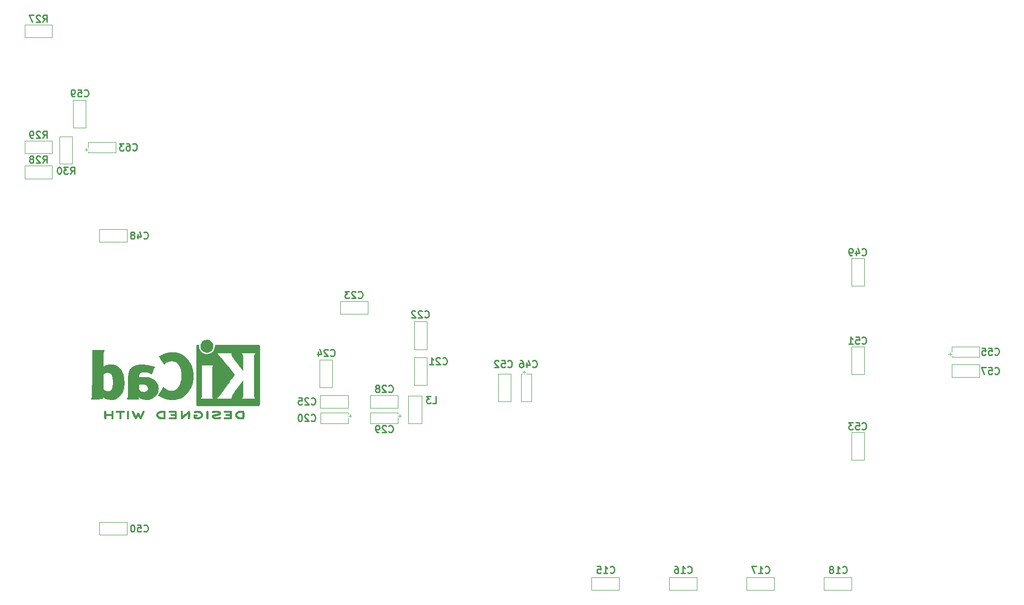
<source format=gbr>
%TF.GenerationSoftware,KiCad,Pcbnew,(5.1.7)-1*%
%TF.CreationDate,2021-02-07T17:43:08+09:00*%
%TF.ProjectId,BLDC_Motor_Controller_Ver2.0A,424c4443-5f4d-46f7-946f-725f436f6e74,Ver 2.0A*%
%TF.SameCoordinates,Original*%
%TF.FileFunction,Legend,Bot*%
%TF.FilePolarity,Positive*%
%FSLAX46Y46*%
G04 Gerber Fmt 4.6, Leading zero omitted, Abs format (unit mm)*
G04 Created by KiCad (PCBNEW (5.1.7)-1) date 2021-02-07 17:43:08*
%MOMM*%
%LPD*%
G01*
G04 APERTURE LIST*
%ADD10C,0.010000*%
%ADD11C,0.120000*%
%ADD12C,0.250000*%
G04 APERTURE END LIST*
D10*
%TO.C,REF\u002A\u002A*%
G36*
X74531718Y-115678097D02*
G01*
X74468681Y-115722781D01*
X74413015Y-115778447D01*
X74413015Y-116400080D01*
X74413161Y-116584659D01*
X74413850Y-116729383D01*
X74415463Y-116839755D01*
X74418380Y-116921276D01*
X74422978Y-116979449D01*
X74429639Y-117019777D01*
X74438742Y-117047760D01*
X74450666Y-117068903D01*
X74460019Y-117081468D01*
X74521755Y-117130835D01*
X74592643Y-117136193D01*
X74657434Y-117105919D01*
X74678843Y-117088046D01*
X74693154Y-117064305D01*
X74701786Y-117026075D01*
X74706158Y-116964733D01*
X74707690Y-116871660D01*
X74707837Y-116799758D01*
X74707837Y-116528902D01*
X75705694Y-116528902D01*
X75705694Y-116775307D01*
X75706726Y-116887982D01*
X75710854Y-116965418D01*
X75719629Y-117017708D01*
X75734598Y-117054944D01*
X75752697Y-117081468D01*
X75814779Y-117130696D01*
X75884988Y-117136525D01*
X75952201Y-117101535D01*
X75970552Y-117083193D01*
X75983512Y-117058877D01*
X75992061Y-117021001D01*
X75997175Y-116961978D01*
X75999831Y-116874222D01*
X76001009Y-116750146D01*
X76001146Y-116721669D01*
X76002118Y-116487892D01*
X76002619Y-116295228D01*
X76002456Y-116139435D01*
X76001435Y-116016271D01*
X75999363Y-115921493D01*
X75996047Y-115850859D01*
X75991293Y-115800126D01*
X75984909Y-115765052D01*
X75976700Y-115741393D01*
X75966473Y-115724909D01*
X75955158Y-115712473D01*
X75891151Y-115672694D01*
X75824397Y-115678097D01*
X75761360Y-115722781D01*
X75735851Y-115751610D01*
X75719591Y-115783455D01*
X75710519Y-115828808D01*
X75706574Y-115898166D01*
X75705695Y-116002022D01*
X75705694Y-116006264D01*
X75705694Y-116234080D01*
X74707837Y-116234080D01*
X74707837Y-115995955D01*
X74706819Y-115886251D01*
X74702729Y-115812176D01*
X74694015Y-115764027D01*
X74679125Y-115732101D01*
X74662480Y-115712473D01*
X74598473Y-115672694D01*
X74531718Y-115678097D01*
G37*
X74531718Y-115678097D02*
X74468681Y-115722781D01*
X74413015Y-115778447D01*
X74413015Y-116400080D01*
X74413161Y-116584659D01*
X74413850Y-116729383D01*
X74415463Y-116839755D01*
X74418380Y-116921276D01*
X74422978Y-116979449D01*
X74429639Y-117019777D01*
X74438742Y-117047760D01*
X74450666Y-117068903D01*
X74460019Y-117081468D01*
X74521755Y-117130835D01*
X74592643Y-117136193D01*
X74657434Y-117105919D01*
X74678843Y-117088046D01*
X74693154Y-117064305D01*
X74701786Y-117026075D01*
X74706158Y-116964733D01*
X74707690Y-116871660D01*
X74707837Y-116799758D01*
X74707837Y-116528902D01*
X75705694Y-116528902D01*
X75705694Y-116775307D01*
X75706726Y-116887982D01*
X75710854Y-116965418D01*
X75719629Y-117017708D01*
X75734598Y-117054944D01*
X75752697Y-117081468D01*
X75814779Y-117130696D01*
X75884988Y-117136525D01*
X75952201Y-117101535D01*
X75970552Y-117083193D01*
X75983512Y-117058877D01*
X75992061Y-117021001D01*
X75997175Y-116961978D01*
X75999831Y-116874222D01*
X76001009Y-116750146D01*
X76001146Y-116721669D01*
X76002118Y-116487892D01*
X76002619Y-116295228D01*
X76002456Y-116139435D01*
X76001435Y-116016271D01*
X75999363Y-115921493D01*
X75996047Y-115850859D01*
X75991293Y-115800126D01*
X75984909Y-115765052D01*
X75976700Y-115741393D01*
X75966473Y-115724909D01*
X75955158Y-115712473D01*
X75891151Y-115672694D01*
X75824397Y-115678097D01*
X75761360Y-115722781D01*
X75735851Y-115751610D01*
X75719591Y-115783455D01*
X75710519Y-115828808D01*
X75706574Y-115898166D01*
X75705695Y-116002022D01*
X75705694Y-116006264D01*
X75705694Y-116234080D01*
X74707837Y-116234080D01*
X74707837Y-115995955D01*
X74706819Y-115886251D01*
X74702729Y-115812176D01*
X74694015Y-115764027D01*
X74679125Y-115732101D01*
X74662480Y-115712473D01*
X74598473Y-115672694D01*
X74531718Y-115678097D01*
G36*
X77074537Y-115667310D02*
G01*
X76916419Y-115668070D01*
X76793692Y-115669660D01*
X76701374Y-115672345D01*
X76634481Y-115676390D01*
X76588032Y-115682060D01*
X76557043Y-115689620D01*
X76536532Y-115699335D01*
X76526606Y-115706803D01*
X76475089Y-115772165D01*
X76468857Y-115840028D01*
X76500693Y-115901677D01*
X76521512Y-115926312D01*
X76543915Y-115943110D01*
X76576383Y-115953570D01*
X76627394Y-115959195D01*
X76705430Y-115961483D01*
X76818970Y-115961935D01*
X76841269Y-115961937D01*
X77134444Y-115961937D01*
X77134444Y-116506223D01*
X77134637Y-116677782D01*
X77135514Y-116809789D01*
X77137522Y-116908045D01*
X77141106Y-116978356D01*
X77146713Y-117026523D01*
X77154789Y-117058351D01*
X77165782Y-117079642D01*
X77179801Y-117095866D01*
X77245961Y-117135734D01*
X77315026Y-117132592D01*
X77377660Y-117087105D01*
X77382262Y-117081468D01*
X77397243Y-117060158D01*
X77408657Y-117035225D01*
X77416986Y-117000609D01*
X77422713Y-116950253D01*
X77426321Y-116878098D01*
X77428294Y-116778086D01*
X77429114Y-116644158D01*
X77429265Y-116491825D01*
X77429265Y-115961937D01*
X77709233Y-115961937D01*
X77829378Y-115961124D01*
X77912555Y-115957956D01*
X77967137Y-115951339D01*
X78001494Y-115940179D01*
X78024000Y-115923384D01*
X78026733Y-115920464D01*
X78059594Y-115853690D01*
X78056688Y-115778200D01*
X78018908Y-115712473D01*
X78004298Y-115699724D01*
X77985460Y-115689615D01*
X77957372Y-115681840D01*
X77915010Y-115676095D01*
X77853350Y-115672074D01*
X77767368Y-115669472D01*
X77652042Y-115667982D01*
X77502348Y-115667299D01*
X77313262Y-115667119D01*
X77273028Y-115667116D01*
X77074537Y-115667310D01*
G37*
X77074537Y-115667310D02*
X76916419Y-115668070D01*
X76793692Y-115669660D01*
X76701374Y-115672345D01*
X76634481Y-115676390D01*
X76588032Y-115682060D01*
X76557043Y-115689620D01*
X76536532Y-115699335D01*
X76526606Y-115706803D01*
X76475089Y-115772165D01*
X76468857Y-115840028D01*
X76500693Y-115901677D01*
X76521512Y-115926312D01*
X76543915Y-115943110D01*
X76576383Y-115953570D01*
X76627394Y-115959195D01*
X76705430Y-115961483D01*
X76818970Y-115961935D01*
X76841269Y-115961937D01*
X77134444Y-115961937D01*
X77134444Y-116506223D01*
X77134637Y-116677782D01*
X77135514Y-116809789D01*
X77137522Y-116908045D01*
X77141106Y-116978356D01*
X77146713Y-117026523D01*
X77154789Y-117058351D01*
X77165782Y-117079642D01*
X77179801Y-117095866D01*
X77245961Y-117135734D01*
X77315026Y-117132592D01*
X77377660Y-117087105D01*
X77382262Y-117081468D01*
X77397243Y-117060158D01*
X77408657Y-117035225D01*
X77416986Y-117000609D01*
X77422713Y-116950253D01*
X77426321Y-116878098D01*
X77428294Y-116778086D01*
X77429114Y-116644158D01*
X77429265Y-116491825D01*
X77429265Y-115961937D01*
X77709233Y-115961937D01*
X77829378Y-115961124D01*
X77912555Y-115957956D01*
X77967137Y-115951339D01*
X78001494Y-115940179D01*
X78024000Y-115923384D01*
X78026733Y-115920464D01*
X78059594Y-115853690D01*
X78056688Y-115778200D01*
X78018908Y-115712473D01*
X78004298Y-115699724D01*
X77985460Y-115689615D01*
X77957372Y-115681840D01*
X77915010Y-115676095D01*
X77853350Y-115672074D01*
X77767368Y-115669472D01*
X77652042Y-115667982D01*
X77502348Y-115667299D01*
X77313262Y-115667119D01*
X77273028Y-115667116D01*
X77074537Y-115667310D01*
G36*
X78630353Y-115680797D02*
G01*
X78582715Y-115710469D01*
X78529176Y-115753823D01*
X78529176Y-116399785D01*
X78529347Y-116588738D01*
X78530077Y-116737604D01*
X78531695Y-116851655D01*
X78534529Y-116936159D01*
X78538908Y-116996386D01*
X78545159Y-117037608D01*
X78553611Y-117065093D01*
X78564592Y-117084113D01*
X78572379Y-117093485D01*
X78635537Y-117134654D01*
X78707457Y-117132975D01*
X78770458Y-117097870D01*
X78823998Y-117054516D01*
X78823998Y-115753823D01*
X78770458Y-115710469D01*
X78718785Y-115678933D01*
X78676587Y-115667116D01*
X78630353Y-115680797D01*
G37*
X78630353Y-115680797D02*
X78582715Y-115710469D01*
X78529176Y-115753823D01*
X78529176Y-116399785D01*
X78529347Y-116588738D01*
X78530077Y-116737604D01*
X78531695Y-116851655D01*
X78534529Y-116936159D01*
X78538908Y-116996386D01*
X78545159Y-117037608D01*
X78553611Y-117065093D01*
X78564592Y-117084113D01*
X78572379Y-117093485D01*
X78635537Y-117134654D01*
X78707457Y-117132975D01*
X78770458Y-117097870D01*
X78823998Y-117054516D01*
X78823998Y-115753823D01*
X78770458Y-115710469D01*
X78718785Y-115678933D01*
X78676587Y-115667116D01*
X78630353Y-115680797D01*
G36*
X79522215Y-115671068D02*
G01*
X79482861Y-115685132D01*
X79481342Y-115685820D01*
X79427900Y-115726604D01*
X79398455Y-115768555D01*
X79392693Y-115788224D01*
X79392978Y-115814360D01*
X79401085Y-115851591D01*
X79418792Y-115904551D01*
X79447876Y-115977868D01*
X79490113Y-116076174D01*
X79547280Y-116204099D01*
X79621154Y-116366275D01*
X79661816Y-116454916D01*
X79735241Y-116613158D01*
X79804169Y-116758680D01*
X79865968Y-116886160D01*
X79918009Y-116990279D01*
X79957659Y-117065716D01*
X79982289Y-117107151D01*
X79987163Y-117112875D01*
X80049522Y-117138125D01*
X80119960Y-117134743D01*
X80176452Y-117104033D01*
X80178754Y-117101535D01*
X80201226Y-117067515D01*
X80238922Y-117001251D01*
X80287194Y-116911272D01*
X80341392Y-116806109D01*
X80360870Y-116767356D01*
X80507898Y-116472863D01*
X80668157Y-116792772D01*
X80725359Y-116903306D01*
X80778429Y-116999167D01*
X80823031Y-117073016D01*
X80854830Y-117117516D01*
X80865607Y-117126952D01*
X80949374Y-117139732D01*
X81018496Y-117112875D01*
X81038829Y-117084172D01*
X81074014Y-117020381D01*
X81121181Y-116927779D01*
X81177460Y-116812643D01*
X81239981Y-116681249D01*
X81305873Y-116539875D01*
X81372266Y-116394797D01*
X81436290Y-116252293D01*
X81495074Y-116118640D01*
X81545748Y-116000114D01*
X81585442Y-115902992D01*
X81611285Y-115833552D01*
X81620408Y-115798070D01*
X81620315Y-115796785D01*
X81598119Y-115752137D01*
X81553754Y-115706663D01*
X81551141Y-115704685D01*
X81496614Y-115673863D01*
X81446179Y-115674161D01*
X81427276Y-115679972D01*
X81404241Y-115692530D01*
X81379780Y-115717234D01*
X81350958Y-115759207D01*
X81314840Y-115823575D01*
X81268492Y-115915463D01*
X81208981Y-116039994D01*
X81155313Y-116154946D01*
X81093568Y-116288195D01*
X81038240Y-116408023D01*
X80992203Y-116508171D01*
X80958330Y-116582378D01*
X80939498Y-116624384D01*
X80936751Y-116630955D01*
X80924398Y-116620213D01*
X80896007Y-116575236D01*
X80855355Y-116502588D01*
X80806221Y-116408834D01*
X80786669Y-116370152D01*
X80720435Y-116239535D01*
X80669356Y-116144411D01*
X80629240Y-116079252D01*
X80595896Y-116038525D01*
X80565131Y-116016701D01*
X80532755Y-116008249D01*
X80511656Y-116007294D01*
X80474438Y-116010592D01*
X80441824Y-116024232D01*
X80409418Y-116053834D01*
X80372824Y-116105016D01*
X80327646Y-116183398D01*
X80269488Y-116294600D01*
X80237400Y-116357858D01*
X80185352Y-116458675D01*
X80139956Y-116542280D01*
X80105220Y-116601620D01*
X80085147Y-116629639D01*
X80082417Y-116630806D01*
X80069454Y-116608754D01*
X80040431Y-116551493D01*
X79998255Y-116465016D01*
X79945832Y-116355316D01*
X79886069Y-116228386D01*
X79856671Y-116165339D01*
X79780192Y-116002630D01*
X79718608Y-115877429D01*
X79668722Y-115785651D01*
X79627337Y-115723210D01*
X79591256Y-115686023D01*
X79557281Y-115670004D01*
X79522215Y-115671068D01*
G37*
X79522215Y-115671068D02*
X79482861Y-115685132D01*
X79481342Y-115685820D01*
X79427900Y-115726604D01*
X79398455Y-115768555D01*
X79392693Y-115788224D01*
X79392978Y-115814360D01*
X79401085Y-115851591D01*
X79418792Y-115904551D01*
X79447876Y-115977868D01*
X79490113Y-116076174D01*
X79547280Y-116204099D01*
X79621154Y-116366275D01*
X79661816Y-116454916D01*
X79735241Y-116613158D01*
X79804169Y-116758680D01*
X79865968Y-116886160D01*
X79918009Y-116990279D01*
X79957659Y-117065716D01*
X79982289Y-117107151D01*
X79987163Y-117112875D01*
X80049522Y-117138125D01*
X80119960Y-117134743D01*
X80176452Y-117104033D01*
X80178754Y-117101535D01*
X80201226Y-117067515D01*
X80238922Y-117001251D01*
X80287194Y-116911272D01*
X80341392Y-116806109D01*
X80360870Y-116767356D01*
X80507898Y-116472863D01*
X80668157Y-116792772D01*
X80725359Y-116903306D01*
X80778429Y-116999167D01*
X80823031Y-117073016D01*
X80854830Y-117117516D01*
X80865607Y-117126952D01*
X80949374Y-117139732D01*
X81018496Y-117112875D01*
X81038829Y-117084172D01*
X81074014Y-117020381D01*
X81121181Y-116927779D01*
X81177460Y-116812643D01*
X81239981Y-116681249D01*
X81305873Y-116539875D01*
X81372266Y-116394797D01*
X81436290Y-116252293D01*
X81495074Y-116118640D01*
X81545748Y-116000114D01*
X81585442Y-115902992D01*
X81611285Y-115833552D01*
X81620408Y-115798070D01*
X81620315Y-115796785D01*
X81598119Y-115752137D01*
X81553754Y-115706663D01*
X81551141Y-115704685D01*
X81496614Y-115673863D01*
X81446179Y-115674161D01*
X81427276Y-115679972D01*
X81404241Y-115692530D01*
X81379780Y-115717234D01*
X81350958Y-115759207D01*
X81314840Y-115823575D01*
X81268492Y-115915463D01*
X81208981Y-116039994D01*
X81155313Y-116154946D01*
X81093568Y-116288195D01*
X81038240Y-116408023D01*
X80992203Y-116508171D01*
X80958330Y-116582378D01*
X80939498Y-116624384D01*
X80936751Y-116630955D01*
X80924398Y-116620213D01*
X80896007Y-116575236D01*
X80855355Y-116502588D01*
X80806221Y-116408834D01*
X80786669Y-116370152D01*
X80720435Y-116239535D01*
X80669356Y-116144411D01*
X80629240Y-116079252D01*
X80595896Y-116038525D01*
X80565131Y-116016701D01*
X80532755Y-116008249D01*
X80511656Y-116007294D01*
X80474438Y-116010592D01*
X80441824Y-116024232D01*
X80409418Y-116053834D01*
X80372824Y-116105016D01*
X80327646Y-116183398D01*
X80269488Y-116294600D01*
X80237400Y-116357858D01*
X80185352Y-116458675D01*
X80139956Y-116542280D01*
X80105220Y-116601620D01*
X80085147Y-116629639D01*
X80082417Y-116630806D01*
X80069454Y-116608754D01*
X80040431Y-116551493D01*
X79998255Y-116465016D01*
X79945832Y-116355316D01*
X79886069Y-116228386D01*
X79856671Y-116165339D01*
X79780192Y-116002630D01*
X79718608Y-115877429D01*
X79668722Y-115785651D01*
X79627337Y-115723210D01*
X79591256Y-115686023D01*
X79557281Y-115670004D01*
X79522215Y-115671068D01*
G36*
X84999270Y-115667534D02*
G01*
X84740159Y-115676295D01*
X84519774Y-115702863D01*
X84334481Y-115748828D01*
X84180645Y-115815783D01*
X84054634Y-115905316D01*
X83952813Y-116019019D01*
X83871549Y-116158482D01*
X83869950Y-116161883D01*
X83821451Y-116286702D01*
X83804171Y-116397246D01*
X83818175Y-116508497D01*
X83863532Y-116635433D01*
X83872134Y-116654749D01*
X83930794Y-116767806D01*
X83996720Y-116855165D01*
X84081806Y-116929427D01*
X84197946Y-117003191D01*
X84204693Y-117007042D01*
X84305796Y-117055608D01*
X84420071Y-117091879D01*
X84554859Y-117117106D01*
X84717505Y-117132539D01*
X84915351Y-117139431D01*
X84985253Y-117140030D01*
X85318116Y-117141223D01*
X85365119Y-117081468D01*
X85379062Y-117061819D01*
X85389939Y-117038873D01*
X85398129Y-117007129D01*
X85404013Y-116961082D01*
X85407969Y-116895233D01*
X85409259Y-116846402D01*
X85094623Y-116846402D01*
X84906020Y-116846402D01*
X84795655Y-116843174D01*
X84682359Y-116834681D01*
X84589375Y-116822703D01*
X84583762Y-116821694D01*
X84418610Y-116777388D01*
X84290510Y-116710822D01*
X84195410Y-116618907D01*
X84129257Y-116498555D01*
X84117753Y-116466658D01*
X84106478Y-116416980D01*
X84111360Y-116367900D01*
X84135113Y-116302607D01*
X84149431Y-116270532D01*
X84196318Y-116185297D01*
X84252809Y-116125499D01*
X84314965Y-116083857D01*
X84439468Y-116029668D01*
X84598806Y-115990415D01*
X84784427Y-115967812D01*
X84918864Y-115962837D01*
X85094623Y-115961937D01*
X85094623Y-116846402D01*
X85409259Y-116846402D01*
X85410378Y-116804078D01*
X85411619Y-116682115D01*
X85412072Y-116523841D01*
X85412123Y-116400080D01*
X85412123Y-115778447D01*
X85356457Y-115722781D01*
X85331752Y-115700218D01*
X85305039Y-115684766D01*
X85267736Y-115675098D01*
X85211257Y-115669887D01*
X85127022Y-115667805D01*
X85006445Y-115667524D01*
X84999270Y-115667534D01*
G37*
X84999270Y-115667534D02*
X84740159Y-115676295D01*
X84519774Y-115702863D01*
X84334481Y-115748828D01*
X84180645Y-115815783D01*
X84054634Y-115905316D01*
X83952813Y-116019019D01*
X83871549Y-116158482D01*
X83869950Y-116161883D01*
X83821451Y-116286702D01*
X83804171Y-116397246D01*
X83818175Y-116508497D01*
X83863532Y-116635433D01*
X83872134Y-116654749D01*
X83930794Y-116767806D01*
X83996720Y-116855165D01*
X84081806Y-116929427D01*
X84197946Y-117003191D01*
X84204693Y-117007042D01*
X84305796Y-117055608D01*
X84420071Y-117091879D01*
X84554859Y-117117106D01*
X84717505Y-117132539D01*
X84915351Y-117139431D01*
X84985253Y-117140030D01*
X85318116Y-117141223D01*
X85365119Y-117081468D01*
X85379062Y-117061819D01*
X85389939Y-117038873D01*
X85398129Y-117007129D01*
X85404013Y-116961082D01*
X85407969Y-116895233D01*
X85409259Y-116846402D01*
X85094623Y-116846402D01*
X84906020Y-116846402D01*
X84795655Y-116843174D01*
X84682359Y-116834681D01*
X84589375Y-116822703D01*
X84583762Y-116821694D01*
X84418610Y-116777388D01*
X84290510Y-116710822D01*
X84195410Y-116618907D01*
X84129257Y-116498555D01*
X84117753Y-116466658D01*
X84106478Y-116416980D01*
X84111360Y-116367900D01*
X84135113Y-116302607D01*
X84149431Y-116270532D01*
X84196318Y-116185297D01*
X84252809Y-116125499D01*
X84314965Y-116083857D01*
X84439468Y-116029668D01*
X84598806Y-115990415D01*
X84784427Y-115967812D01*
X84918864Y-115962837D01*
X85094623Y-115961937D01*
X85094623Y-116846402D01*
X85409259Y-116846402D01*
X85410378Y-116804078D01*
X85411619Y-116682115D01*
X85412072Y-116523841D01*
X85412123Y-116400080D01*
X85412123Y-115778447D01*
X85356457Y-115722781D01*
X85331752Y-115700218D01*
X85305039Y-115684766D01*
X85267736Y-115675098D01*
X85211257Y-115669887D01*
X85127022Y-115667805D01*
X85006445Y-115667524D01*
X84999270Y-115667534D01*
G36*
X86582237Y-115667503D02*
G01*
X86428838Y-115669340D01*
X86311285Y-115673634D01*
X86224824Y-115681395D01*
X86164700Y-115693633D01*
X86126160Y-115711358D01*
X86104448Y-115735579D01*
X86094810Y-115767305D01*
X86092492Y-115807546D01*
X86092480Y-115812298D01*
X86094492Y-115857814D01*
X86104005Y-115892992D01*
X86126229Y-115919251D01*
X86166378Y-115938012D01*
X86229664Y-115950696D01*
X86321298Y-115958722D01*
X86446493Y-115963512D01*
X86610461Y-115966484D01*
X86660717Y-115967143D01*
X87147033Y-115973277D01*
X87153835Y-116103678D01*
X87160636Y-116234080D01*
X86822841Y-116234080D01*
X86690873Y-116234567D01*
X86596643Y-116236626D01*
X86532535Y-116241155D01*
X86490936Y-116249053D01*
X86464230Y-116261218D01*
X86444802Y-116278548D01*
X86444678Y-116278686D01*
X86409443Y-116346224D01*
X86410717Y-116419221D01*
X86447696Y-116481448D01*
X86455015Y-116487844D01*
X86480990Y-116504328D01*
X86516583Y-116515796D01*
X86569727Y-116523111D01*
X86648352Y-116527138D01*
X86760390Y-116528740D01*
X86832046Y-116528902D01*
X87158373Y-116528902D01*
X87158373Y-116846402D01*
X86662959Y-116846402D01*
X86499394Y-116846688D01*
X86375183Y-116847857D01*
X86284325Y-116850377D01*
X86220820Y-116854715D01*
X86178667Y-116861337D01*
X86151864Y-116870710D01*
X86134411Y-116883302D01*
X86130013Y-116887875D01*
X86097540Y-116951249D01*
X86095164Y-117023347D01*
X86121805Y-117085858D01*
X86142883Y-117105919D01*
X86164810Y-117116963D01*
X86198785Y-117125508D01*
X86250182Y-117131852D01*
X86324375Y-117136295D01*
X86426739Y-117139136D01*
X86562647Y-117140675D01*
X86737475Y-117141210D01*
X86777000Y-117141223D01*
X86954756Y-117141107D01*
X87092738Y-117140465D01*
X87196524Y-117138857D01*
X87271697Y-117135844D01*
X87323839Y-117130986D01*
X87358529Y-117123844D01*
X87381350Y-117113977D01*
X87397883Y-117100946D01*
X87406953Y-117091589D01*
X87420606Y-117075017D01*
X87431272Y-117054487D01*
X87439320Y-117024616D01*
X87445116Y-116980021D01*
X87449027Y-116915317D01*
X87451423Y-116825120D01*
X87452670Y-116704047D01*
X87453136Y-116546713D01*
X87453194Y-116414291D01*
X87453051Y-116228735D01*
X87452374Y-116083065D01*
X87450788Y-115971811D01*
X87447919Y-115889501D01*
X87443393Y-115830666D01*
X87436836Y-115789834D01*
X87427874Y-115761535D01*
X87416133Y-115740298D01*
X87406191Y-115726871D01*
X87359188Y-115667116D01*
X86776237Y-115667116D01*
X86582237Y-115667503D01*
G37*
X86582237Y-115667503D02*
X86428838Y-115669340D01*
X86311285Y-115673634D01*
X86224824Y-115681395D01*
X86164700Y-115693633D01*
X86126160Y-115711358D01*
X86104448Y-115735579D01*
X86094810Y-115767305D01*
X86092492Y-115807546D01*
X86092480Y-115812298D01*
X86094492Y-115857814D01*
X86104005Y-115892992D01*
X86126229Y-115919251D01*
X86166378Y-115938012D01*
X86229664Y-115950696D01*
X86321298Y-115958722D01*
X86446493Y-115963512D01*
X86610461Y-115966484D01*
X86660717Y-115967143D01*
X87147033Y-115973277D01*
X87153835Y-116103678D01*
X87160636Y-116234080D01*
X86822841Y-116234080D01*
X86690873Y-116234567D01*
X86596643Y-116236626D01*
X86532535Y-116241155D01*
X86490936Y-116249053D01*
X86464230Y-116261218D01*
X86444802Y-116278548D01*
X86444678Y-116278686D01*
X86409443Y-116346224D01*
X86410717Y-116419221D01*
X86447696Y-116481448D01*
X86455015Y-116487844D01*
X86480990Y-116504328D01*
X86516583Y-116515796D01*
X86569727Y-116523111D01*
X86648352Y-116527138D01*
X86760390Y-116528740D01*
X86832046Y-116528902D01*
X87158373Y-116528902D01*
X87158373Y-116846402D01*
X86662959Y-116846402D01*
X86499394Y-116846688D01*
X86375183Y-116847857D01*
X86284325Y-116850377D01*
X86220820Y-116854715D01*
X86178667Y-116861337D01*
X86151864Y-116870710D01*
X86134411Y-116883302D01*
X86130013Y-116887875D01*
X86097540Y-116951249D01*
X86095164Y-117023347D01*
X86121805Y-117085858D01*
X86142883Y-117105919D01*
X86164810Y-117116963D01*
X86198785Y-117125508D01*
X86250182Y-117131852D01*
X86324375Y-117136295D01*
X86426739Y-117139136D01*
X86562647Y-117140675D01*
X86737475Y-117141210D01*
X86777000Y-117141223D01*
X86954756Y-117141107D01*
X87092738Y-117140465D01*
X87196524Y-117138857D01*
X87271697Y-117135844D01*
X87323839Y-117130986D01*
X87358529Y-117123844D01*
X87381350Y-117113977D01*
X87397883Y-117100946D01*
X87406953Y-117091589D01*
X87420606Y-117075017D01*
X87431272Y-117054487D01*
X87439320Y-117024616D01*
X87445116Y-116980021D01*
X87449027Y-116915317D01*
X87451423Y-116825120D01*
X87452670Y-116704047D01*
X87453136Y-116546713D01*
X87453194Y-116414291D01*
X87453051Y-116228735D01*
X87452374Y-116083065D01*
X87450788Y-115971811D01*
X87447919Y-115889501D01*
X87443393Y-115830666D01*
X87436836Y-115789834D01*
X87427874Y-115761535D01*
X87416133Y-115740298D01*
X87406191Y-115726871D01*
X87359188Y-115667116D01*
X86776237Y-115667116D01*
X86582237Y-115667503D01*
G36*
X89656815Y-115675918D02*
G01*
X89609473Y-115703690D01*
X89547572Y-115749108D01*
X89467903Y-115814312D01*
X89367260Y-115901440D01*
X89242432Y-116012633D01*
X89090212Y-116150030D01*
X88915962Y-116307999D01*
X88553105Y-116637050D01*
X88541765Y-116195388D01*
X88537671Y-116043357D01*
X88533722Y-115930140D01*
X88529042Y-115849203D01*
X88522759Y-115794016D01*
X88513998Y-115758045D01*
X88501886Y-115734758D01*
X88485549Y-115717622D01*
X88476887Y-115710421D01*
X88407517Y-115672346D01*
X88341507Y-115677913D01*
X88289144Y-115710440D01*
X88235605Y-115753765D01*
X88228946Y-116386482D01*
X88227103Y-116572564D01*
X88226165Y-116718744D01*
X88226457Y-116830474D01*
X88228303Y-116913205D01*
X88232030Y-116972389D01*
X88237960Y-117013476D01*
X88246420Y-117041919D01*
X88257733Y-117063168D01*
X88270280Y-117080211D01*
X88297424Y-117111818D01*
X88324433Y-117132769D01*
X88355050Y-117140811D01*
X88393023Y-117133688D01*
X88442098Y-117109149D01*
X88506020Y-117064937D01*
X88588535Y-116998799D01*
X88693390Y-116908482D01*
X88824331Y-116791731D01*
X88972658Y-116657582D01*
X89505605Y-116174152D01*
X89516944Y-116614370D01*
X89521045Y-116766124D01*
X89525005Y-116879077D01*
X89529701Y-116959775D01*
X89536013Y-117014764D01*
X89544817Y-117050588D01*
X89556992Y-117073793D01*
X89573417Y-117090924D01*
X89581823Y-117097906D01*
X89656114Y-117136257D01*
X89726312Y-117130472D01*
X89787441Y-117081468D01*
X89801425Y-117061753D01*
X89812324Y-117038729D01*
X89820521Y-117006872D01*
X89826400Y-116960658D01*
X89830344Y-116894563D01*
X89832736Y-116803062D01*
X89833959Y-116680634D01*
X89834398Y-116521752D01*
X89834444Y-116404169D01*
X89834297Y-116220256D01*
X89833599Y-116076175D01*
X89831967Y-115966403D01*
X89829019Y-115885416D01*
X89824369Y-115827691D01*
X89817637Y-115787704D01*
X89808437Y-115759930D01*
X89796386Y-115738846D01*
X89787441Y-115726871D01*
X89764766Y-115698503D01*
X89743575Y-115677085D01*
X89720658Y-115664755D01*
X89692808Y-115663653D01*
X89656815Y-115675918D01*
G37*
X89656815Y-115675918D02*
X89609473Y-115703690D01*
X89547572Y-115749108D01*
X89467903Y-115814312D01*
X89367260Y-115901440D01*
X89242432Y-116012633D01*
X89090212Y-116150030D01*
X88915962Y-116307999D01*
X88553105Y-116637050D01*
X88541765Y-116195388D01*
X88537671Y-116043357D01*
X88533722Y-115930140D01*
X88529042Y-115849203D01*
X88522759Y-115794016D01*
X88513998Y-115758045D01*
X88501886Y-115734758D01*
X88485549Y-115717622D01*
X88476887Y-115710421D01*
X88407517Y-115672346D01*
X88341507Y-115677913D01*
X88289144Y-115710440D01*
X88235605Y-115753765D01*
X88228946Y-116386482D01*
X88227103Y-116572564D01*
X88226165Y-116718744D01*
X88226457Y-116830474D01*
X88228303Y-116913205D01*
X88232030Y-116972389D01*
X88237960Y-117013476D01*
X88246420Y-117041919D01*
X88257733Y-117063168D01*
X88270280Y-117080211D01*
X88297424Y-117111818D01*
X88324433Y-117132769D01*
X88355050Y-117140811D01*
X88393023Y-117133688D01*
X88442098Y-117109149D01*
X88506020Y-117064937D01*
X88588535Y-116998799D01*
X88693390Y-116908482D01*
X88824331Y-116791731D01*
X88972658Y-116657582D01*
X89505605Y-116174152D01*
X89516944Y-116614370D01*
X89521045Y-116766124D01*
X89525005Y-116879077D01*
X89529701Y-116959775D01*
X89536013Y-117014764D01*
X89544817Y-117050588D01*
X89556992Y-117073793D01*
X89573417Y-117090924D01*
X89581823Y-117097906D01*
X89656114Y-117136257D01*
X89726312Y-117130472D01*
X89787441Y-117081468D01*
X89801425Y-117061753D01*
X89812324Y-117038729D01*
X89820521Y-117006872D01*
X89826400Y-116960658D01*
X89830344Y-116894563D01*
X89832736Y-116803062D01*
X89833959Y-116680634D01*
X89834398Y-116521752D01*
X89834444Y-116404169D01*
X89834297Y-116220256D01*
X89833599Y-116076175D01*
X89831967Y-115966403D01*
X89829019Y-115885416D01*
X89824369Y-115827691D01*
X89817637Y-115787704D01*
X89808437Y-115759930D01*
X89796386Y-115738846D01*
X89787441Y-115726871D01*
X89764766Y-115698503D01*
X89743575Y-115677085D01*
X89720658Y-115664755D01*
X89692808Y-115663653D01*
X89656815Y-115675918D01*
G36*
X90962553Y-115678229D02*
G01*
X90824908Y-115701325D01*
X90719194Y-115737228D01*
X90650420Y-115784501D01*
X90631679Y-115811471D01*
X90612621Y-115874198D01*
X90625446Y-115930945D01*
X90665933Y-115984758D01*
X90728842Y-116009933D01*
X90820123Y-116007888D01*
X90890724Y-115994249D01*
X91047606Y-115968263D01*
X91207934Y-115965793D01*
X91387389Y-115986886D01*
X91436958Y-115995823D01*
X91603823Y-116042869D01*
X91734366Y-116112852D01*
X91827156Y-116204579D01*
X91880761Y-116316857D01*
X91891848Y-116374905D01*
X91884591Y-116492676D01*
X91837739Y-116596873D01*
X91755562Y-116685465D01*
X91642329Y-116756421D01*
X91502309Y-116807710D01*
X91339771Y-116837302D01*
X91158985Y-116843166D01*
X90964218Y-116823271D01*
X90953221Y-116821395D01*
X90875754Y-116806966D01*
X90832802Y-116793029D01*
X90814185Y-116772349D01*
X90809724Y-116737693D01*
X90809623Y-116719341D01*
X90809623Y-116642294D01*
X90947185Y-116642294D01*
X91068662Y-116633973D01*
X91151561Y-116607455D01*
X91199794Y-116560412D01*
X91217276Y-116490513D01*
X91217490Y-116481390D01*
X91207261Y-116421645D01*
X91172188Y-116378984D01*
X91106910Y-116350752D01*
X91006070Y-116334294D01*
X90908395Y-116328243D01*
X90766431Y-116324771D01*
X90663457Y-116330069D01*
X90593227Y-116349616D01*
X90549494Y-116388896D01*
X90526010Y-116453389D01*
X90516529Y-116548577D01*
X90514801Y-116673598D01*
X90517632Y-116813146D01*
X90526147Y-116908070D01*
X90540386Y-116958747D01*
X90543149Y-116962716D01*
X90621330Y-117026039D01*
X90735955Y-117076185D01*
X90879760Y-117112085D01*
X91045476Y-117132667D01*
X91225838Y-117136860D01*
X91413578Y-117123592D01*
X91523998Y-117107295D01*
X91697188Y-117058274D01*
X91858154Y-116978133D01*
X91992924Y-116874121D01*
X92013408Y-116853332D01*
X92079961Y-116765936D01*
X92140011Y-116657621D01*
X92186544Y-116544063D01*
X92212543Y-116440940D01*
X92215676Y-116401334D01*
X92202336Y-116318717D01*
X92166880Y-116215926D01*
X92116111Y-116107729D01*
X92056832Y-116008892D01*
X92004459Y-115942875D01*
X91882006Y-115844675D01*
X91723712Y-115766515D01*
X91535249Y-115710162D01*
X91322290Y-115677386D01*
X91127123Y-115669377D01*
X90962553Y-115678229D01*
G37*
X90962553Y-115678229D02*
X90824908Y-115701325D01*
X90719194Y-115737228D01*
X90650420Y-115784501D01*
X90631679Y-115811471D01*
X90612621Y-115874198D01*
X90625446Y-115930945D01*
X90665933Y-115984758D01*
X90728842Y-116009933D01*
X90820123Y-116007888D01*
X90890724Y-115994249D01*
X91047606Y-115968263D01*
X91207934Y-115965793D01*
X91387389Y-115986886D01*
X91436958Y-115995823D01*
X91603823Y-116042869D01*
X91734366Y-116112852D01*
X91827156Y-116204579D01*
X91880761Y-116316857D01*
X91891848Y-116374905D01*
X91884591Y-116492676D01*
X91837739Y-116596873D01*
X91755562Y-116685465D01*
X91642329Y-116756421D01*
X91502309Y-116807710D01*
X91339771Y-116837302D01*
X91158985Y-116843166D01*
X90964218Y-116823271D01*
X90953221Y-116821395D01*
X90875754Y-116806966D01*
X90832802Y-116793029D01*
X90814185Y-116772349D01*
X90809724Y-116737693D01*
X90809623Y-116719341D01*
X90809623Y-116642294D01*
X90947185Y-116642294D01*
X91068662Y-116633973D01*
X91151561Y-116607455D01*
X91199794Y-116560412D01*
X91217276Y-116490513D01*
X91217490Y-116481390D01*
X91207261Y-116421645D01*
X91172188Y-116378984D01*
X91106910Y-116350752D01*
X91006070Y-116334294D01*
X90908395Y-116328243D01*
X90766431Y-116324771D01*
X90663457Y-116330069D01*
X90593227Y-116349616D01*
X90549494Y-116388896D01*
X90526010Y-116453389D01*
X90516529Y-116548577D01*
X90514801Y-116673598D01*
X90517632Y-116813146D01*
X90526147Y-116908070D01*
X90540386Y-116958747D01*
X90543149Y-116962716D01*
X90621330Y-117026039D01*
X90735955Y-117076185D01*
X90879760Y-117112085D01*
X91045476Y-117132667D01*
X91225838Y-117136860D01*
X91413578Y-117123592D01*
X91523998Y-117107295D01*
X91697188Y-117058274D01*
X91858154Y-116978133D01*
X91992924Y-116874121D01*
X92013408Y-116853332D01*
X92079961Y-116765936D01*
X92140011Y-116657621D01*
X92186544Y-116544063D01*
X92212543Y-116440940D01*
X92215676Y-116401334D01*
X92202336Y-116318717D01*
X92166880Y-116215926D01*
X92116111Y-116107729D01*
X92056832Y-116008892D01*
X92004459Y-115942875D01*
X91882006Y-115844675D01*
X91723712Y-115766515D01*
X91535249Y-115710162D01*
X91322290Y-115677386D01*
X91127123Y-115669377D01*
X90962553Y-115678229D01*
G36*
X92918730Y-115712473D02*
G01*
X92905509Y-115727687D01*
X92895139Y-115747314D01*
X92887273Y-115776611D01*
X92881567Y-115820836D01*
X92877677Y-115885247D01*
X92875258Y-115975101D01*
X92873964Y-116095657D01*
X92873452Y-116252171D01*
X92873373Y-116404169D01*
X92873513Y-116592701D01*
X92874162Y-116741133D01*
X92875666Y-116854724D01*
X92878369Y-116938732D01*
X92882616Y-116998413D01*
X92888752Y-117039025D01*
X92897121Y-117065827D01*
X92908069Y-117084076D01*
X92918730Y-117095866D01*
X92985031Y-117135403D01*
X93055676Y-117131854D01*
X93118884Y-117088734D01*
X93133407Y-117071900D01*
X93144757Y-117052367D01*
X93153325Y-117024738D01*
X93159502Y-116983612D01*
X93163678Y-116923591D01*
X93166245Y-116839274D01*
X93167592Y-116725263D01*
X93168112Y-116576157D01*
X93168194Y-116407346D01*
X93168194Y-115778447D01*
X93112528Y-115722781D01*
X93043914Y-115675948D01*
X92977357Y-115674261D01*
X92918730Y-115712473D01*
G37*
X92918730Y-115712473D02*
X92905509Y-115727687D01*
X92895139Y-115747314D01*
X92887273Y-115776611D01*
X92881567Y-115820836D01*
X92877677Y-115885247D01*
X92875258Y-115975101D01*
X92873964Y-116095657D01*
X92873452Y-116252171D01*
X92873373Y-116404169D01*
X92873513Y-116592701D01*
X92874162Y-116741133D01*
X92875666Y-116854724D01*
X92878369Y-116938732D01*
X92882616Y-116998413D01*
X92888752Y-117039025D01*
X92897121Y-117065827D01*
X92908069Y-117084076D01*
X92918730Y-117095866D01*
X92985031Y-117135403D01*
X93055676Y-117131854D01*
X93118884Y-117088734D01*
X93133407Y-117071900D01*
X93144757Y-117052367D01*
X93153325Y-117024738D01*
X93159502Y-116983612D01*
X93163678Y-116923591D01*
X93166245Y-116839274D01*
X93167592Y-116725263D01*
X93168112Y-116576157D01*
X93168194Y-116407346D01*
X93168194Y-115778447D01*
X93112528Y-115722781D01*
X93043914Y-115675948D01*
X92977357Y-115674261D01*
X92918730Y-115712473D01*
G36*
X94461346Y-115669696D02*
G01*
X94311048Y-115680203D01*
X94171263Y-115696614D01*
X94050117Y-115718310D01*
X93955734Y-115744673D01*
X93896241Y-115775087D01*
X93887109Y-115784040D01*
X93855355Y-115853511D01*
X93864984Y-115924831D01*
X93914237Y-115985850D01*
X93916587Y-115987598D01*
X93945557Y-116006399D01*
X93975799Y-116016285D01*
X94017981Y-116017486D01*
X94082772Y-116010230D01*
X94180841Y-115994747D01*
X94188730Y-115993444D01*
X94334857Y-115975492D01*
X94492514Y-115966636D01*
X94650636Y-115966550D01*
X94798160Y-115974908D01*
X94924020Y-115991382D01*
X95017152Y-116015646D01*
X95023271Y-116018085D01*
X95090835Y-116055940D01*
X95114573Y-116094250D01*
X95095990Y-116131927D01*
X95036591Y-116167883D01*
X94937881Y-116201029D01*
X94801365Y-116230277D01*
X94710337Y-116244359D01*
X94521118Y-116271446D01*
X94370625Y-116296207D01*
X94252446Y-116320786D01*
X94160171Y-116347328D01*
X94087390Y-116377976D01*
X94027690Y-116414875D01*
X93974662Y-116460168D01*
X93932049Y-116504646D01*
X93881494Y-116566618D01*
X93856615Y-116619907D01*
X93848834Y-116685562D01*
X93848551Y-116709606D01*
X93854395Y-116789394D01*
X93877751Y-116848753D01*
X93918173Y-116901439D01*
X94000324Y-116981977D01*
X94091932Y-117043397D01*
X94199804Y-117087702D01*
X94330745Y-117116895D01*
X94491564Y-117132979D01*
X94689066Y-117137956D01*
X94721676Y-117137872D01*
X94853381Y-117135142D01*
X94983995Y-117128939D01*
X95099281Y-117120153D01*
X95185000Y-117109673D01*
X95191933Y-117108470D01*
X95277159Y-117088281D01*
X95349447Y-117062778D01*
X95390370Y-117039462D01*
X95428454Y-116977952D01*
X95431105Y-116906325D01*
X95398275Y-116842494D01*
X95390930Y-116835276D01*
X95360568Y-116813830D01*
X95322598Y-116804590D01*
X95263832Y-116806163D01*
X95192492Y-116814336D01*
X95112777Y-116821637D01*
X95001029Y-116827797D01*
X94870572Y-116832267D01*
X94734726Y-116834499D01*
X94698998Y-116834646D01*
X94562646Y-116834096D01*
X94462856Y-116831449D01*
X94390848Y-116825786D01*
X94337840Y-116816189D01*
X94295053Y-116801740D01*
X94269340Y-116789705D01*
X94212837Y-116756288D01*
X94176813Y-116726024D01*
X94171548Y-116717445D01*
X94182655Y-116682019D01*
X94235457Y-116647724D01*
X94326296Y-116616117D01*
X94451512Y-116588754D01*
X94488404Y-116582659D01*
X94681098Y-116552393D01*
X94834884Y-116527096D01*
X94955697Y-116504929D01*
X95049475Y-116484053D01*
X95122151Y-116462630D01*
X95179663Y-116438822D01*
X95227945Y-116410791D01*
X95272933Y-116376698D01*
X95320563Y-116334705D01*
X95336591Y-116319982D01*
X95392786Y-116265037D01*
X95422532Y-116221504D01*
X95434169Y-116171688D01*
X95436051Y-116108912D01*
X95415331Y-115985808D01*
X95353409Y-115881214D01*
X95250639Y-115795468D01*
X95107378Y-115728907D01*
X95005158Y-115699052D01*
X94894063Y-115679770D01*
X94760979Y-115668862D01*
X94614032Y-115665710D01*
X94461346Y-115669696D01*
G37*
X94461346Y-115669696D02*
X94311048Y-115680203D01*
X94171263Y-115696614D01*
X94050117Y-115718310D01*
X93955734Y-115744673D01*
X93896241Y-115775087D01*
X93887109Y-115784040D01*
X93855355Y-115853511D01*
X93864984Y-115924831D01*
X93914237Y-115985850D01*
X93916587Y-115987598D01*
X93945557Y-116006399D01*
X93975799Y-116016285D01*
X94017981Y-116017486D01*
X94082772Y-116010230D01*
X94180841Y-115994747D01*
X94188730Y-115993444D01*
X94334857Y-115975492D01*
X94492514Y-115966636D01*
X94650636Y-115966550D01*
X94798160Y-115974908D01*
X94924020Y-115991382D01*
X95017152Y-116015646D01*
X95023271Y-116018085D01*
X95090835Y-116055940D01*
X95114573Y-116094250D01*
X95095990Y-116131927D01*
X95036591Y-116167883D01*
X94937881Y-116201029D01*
X94801365Y-116230277D01*
X94710337Y-116244359D01*
X94521118Y-116271446D01*
X94370625Y-116296207D01*
X94252446Y-116320786D01*
X94160171Y-116347328D01*
X94087390Y-116377976D01*
X94027690Y-116414875D01*
X93974662Y-116460168D01*
X93932049Y-116504646D01*
X93881494Y-116566618D01*
X93856615Y-116619907D01*
X93848834Y-116685562D01*
X93848551Y-116709606D01*
X93854395Y-116789394D01*
X93877751Y-116848753D01*
X93918173Y-116901439D01*
X94000324Y-116981977D01*
X94091932Y-117043397D01*
X94199804Y-117087702D01*
X94330745Y-117116895D01*
X94491564Y-117132979D01*
X94689066Y-117137956D01*
X94721676Y-117137872D01*
X94853381Y-117135142D01*
X94983995Y-117128939D01*
X95099281Y-117120153D01*
X95185000Y-117109673D01*
X95191933Y-117108470D01*
X95277159Y-117088281D01*
X95349447Y-117062778D01*
X95390370Y-117039462D01*
X95428454Y-116977952D01*
X95431105Y-116906325D01*
X95398275Y-116842494D01*
X95390930Y-116835276D01*
X95360568Y-116813830D01*
X95322598Y-116804590D01*
X95263832Y-116806163D01*
X95192492Y-116814336D01*
X95112777Y-116821637D01*
X95001029Y-116827797D01*
X94870572Y-116832267D01*
X94734726Y-116834499D01*
X94698998Y-116834646D01*
X94562646Y-116834096D01*
X94462856Y-116831449D01*
X94390848Y-116825786D01*
X94337840Y-116816189D01*
X94295053Y-116801740D01*
X94269340Y-116789705D01*
X94212837Y-116756288D01*
X94176813Y-116726024D01*
X94171548Y-116717445D01*
X94182655Y-116682019D01*
X94235457Y-116647724D01*
X94326296Y-116616117D01*
X94451512Y-116588754D01*
X94488404Y-116582659D01*
X94681098Y-116552393D01*
X94834884Y-116527096D01*
X94955697Y-116504929D01*
X95049475Y-116484053D01*
X95122151Y-116462630D01*
X95179663Y-116438822D01*
X95227945Y-116410791D01*
X95272933Y-116376698D01*
X95320563Y-116334705D01*
X95336591Y-116319982D01*
X95392786Y-116265037D01*
X95422532Y-116221504D01*
X95434169Y-116171688D01*
X95436051Y-116108912D01*
X95415331Y-115985808D01*
X95353409Y-115881214D01*
X95250639Y-115795468D01*
X95107378Y-115728907D01*
X95005158Y-115699052D01*
X94894063Y-115679770D01*
X94760979Y-115668862D01*
X94614032Y-115665710D01*
X94461346Y-115669696D01*
G36*
X96512646Y-115667275D02*
G01*
X96373210Y-115668023D01*
X96267963Y-115669763D01*
X96191324Y-115672900D01*
X96137710Y-115677836D01*
X96101537Y-115684976D01*
X96077221Y-115694724D01*
X96059181Y-115707484D01*
X96052649Y-115713356D01*
X96012922Y-115775750D01*
X96005769Y-115847441D01*
X96031903Y-115911087D01*
X96043987Y-115923950D01*
X96063532Y-115936421D01*
X96095003Y-115946043D01*
X96144236Y-115953282D01*
X96217066Y-115958606D01*
X96319329Y-115962485D01*
X96456862Y-115965387D01*
X96582603Y-115967152D01*
X97080248Y-115973277D01*
X97087049Y-116103678D01*
X97093850Y-116234080D01*
X96756055Y-116234080D01*
X96609406Y-116235345D01*
X96502044Y-116240637D01*
X96427937Y-116252201D01*
X96381049Y-116272281D01*
X96355347Y-116303121D01*
X96344796Y-116346967D01*
X96343194Y-116387660D01*
X96348173Y-116437591D01*
X96366964Y-116474383D01*
X96405347Y-116499958D01*
X96469100Y-116516239D01*
X96564004Y-116525149D01*
X96695838Y-116528610D01*
X96767794Y-116528902D01*
X97091587Y-116528902D01*
X97091587Y-116846402D01*
X96592658Y-116846402D01*
X96429113Y-116846629D01*
X96304817Y-116847652D01*
X96213666Y-116849979D01*
X96149552Y-116854118D01*
X96106370Y-116860580D01*
X96078013Y-116869871D01*
X96058375Y-116882502D01*
X96048373Y-116891759D01*
X96014062Y-116945786D01*
X96003015Y-116993812D01*
X96018789Y-117052474D01*
X96048373Y-117095866D01*
X96064156Y-117109526D01*
X96084531Y-117120133D01*
X96114978Y-117128071D01*
X96160977Y-117133726D01*
X96228010Y-117137482D01*
X96321558Y-117139723D01*
X96447100Y-117140834D01*
X96610118Y-117141199D01*
X96694712Y-117141223D01*
X96875868Y-117141063D01*
X97017148Y-117140325D01*
X97124032Y-117138627D01*
X97202002Y-117135582D01*
X97256539Y-117130806D01*
X97293122Y-117123915D01*
X97317233Y-117114524D01*
X97334353Y-117102248D01*
X97341051Y-117095866D01*
X97354308Y-117080605D01*
X97364699Y-117060916D01*
X97372571Y-117031524D01*
X97378273Y-116987153D01*
X97382152Y-116922526D01*
X97384557Y-116832367D01*
X97385836Y-116711401D01*
X97386335Y-116554351D01*
X97386408Y-116408123D01*
X97386341Y-116220857D01*
X97385870Y-116073651D01*
X97384593Y-115961205D01*
X97382109Y-115878222D01*
X97378016Y-115819403D01*
X97371911Y-115779450D01*
X97363392Y-115753064D01*
X97352058Y-115734948D01*
X97337505Y-115719803D01*
X97333920Y-115716426D01*
X97316521Y-115701478D01*
X97296305Y-115689903D01*
X97267664Y-115681268D01*
X97224989Y-115675145D01*
X97162675Y-115671102D01*
X97075112Y-115668709D01*
X96956693Y-115667534D01*
X96801811Y-115667148D01*
X96691857Y-115667116D01*
X96512646Y-115667275D01*
G37*
X96512646Y-115667275D02*
X96373210Y-115668023D01*
X96267963Y-115669763D01*
X96191324Y-115672900D01*
X96137710Y-115677836D01*
X96101537Y-115684976D01*
X96077221Y-115694724D01*
X96059181Y-115707484D01*
X96052649Y-115713356D01*
X96012922Y-115775750D01*
X96005769Y-115847441D01*
X96031903Y-115911087D01*
X96043987Y-115923950D01*
X96063532Y-115936421D01*
X96095003Y-115946043D01*
X96144236Y-115953282D01*
X96217066Y-115958606D01*
X96319329Y-115962485D01*
X96456862Y-115965387D01*
X96582603Y-115967152D01*
X97080248Y-115973277D01*
X97087049Y-116103678D01*
X97093850Y-116234080D01*
X96756055Y-116234080D01*
X96609406Y-116235345D01*
X96502044Y-116240637D01*
X96427937Y-116252201D01*
X96381049Y-116272281D01*
X96355347Y-116303121D01*
X96344796Y-116346967D01*
X96343194Y-116387660D01*
X96348173Y-116437591D01*
X96366964Y-116474383D01*
X96405347Y-116499958D01*
X96469100Y-116516239D01*
X96564004Y-116525149D01*
X96695838Y-116528610D01*
X96767794Y-116528902D01*
X97091587Y-116528902D01*
X97091587Y-116846402D01*
X96592658Y-116846402D01*
X96429113Y-116846629D01*
X96304817Y-116847652D01*
X96213666Y-116849979D01*
X96149552Y-116854118D01*
X96106370Y-116860580D01*
X96078013Y-116869871D01*
X96058375Y-116882502D01*
X96048373Y-116891759D01*
X96014062Y-116945786D01*
X96003015Y-116993812D01*
X96018789Y-117052474D01*
X96048373Y-117095866D01*
X96064156Y-117109526D01*
X96084531Y-117120133D01*
X96114978Y-117128071D01*
X96160977Y-117133726D01*
X96228010Y-117137482D01*
X96321558Y-117139723D01*
X96447100Y-117140834D01*
X96610118Y-117141199D01*
X96694712Y-117141223D01*
X96875868Y-117141063D01*
X97017148Y-117140325D01*
X97124032Y-117138627D01*
X97202002Y-117135582D01*
X97256539Y-117130806D01*
X97293122Y-117123915D01*
X97317233Y-117114524D01*
X97334353Y-117102248D01*
X97341051Y-117095866D01*
X97354308Y-117080605D01*
X97364699Y-117060916D01*
X97372571Y-117031524D01*
X97378273Y-116987153D01*
X97382152Y-116922526D01*
X97384557Y-116832367D01*
X97385836Y-116711401D01*
X97386335Y-116554351D01*
X97386408Y-116408123D01*
X97386341Y-116220857D01*
X97385870Y-116073651D01*
X97384593Y-115961205D01*
X97382109Y-115878222D01*
X97378016Y-115819403D01*
X97371911Y-115779450D01*
X97363392Y-115753064D01*
X97352058Y-115734948D01*
X97337505Y-115719803D01*
X97333920Y-115716426D01*
X97316521Y-115701478D01*
X97296305Y-115689903D01*
X97267664Y-115681268D01*
X97224989Y-115675145D01*
X97162675Y-115671102D01*
X97075112Y-115668709D01*
X96956693Y-115667534D01*
X96801811Y-115667148D01*
X96691857Y-115667116D01*
X96512646Y-115667275D01*
G36*
X99342377Y-115667114D02*
G01*
X99263060Y-115667920D01*
X99030649Y-115673528D01*
X98836006Y-115690185D01*
X98672496Y-115719680D01*
X98533486Y-115763797D01*
X98412341Y-115824325D01*
X98302429Y-115903050D01*
X98263171Y-115937248D01*
X98198049Y-116017265D01*
X98139328Y-116125846D01*
X98094069Y-116246203D01*
X98069335Y-116361547D01*
X98066765Y-116404169D01*
X98082870Y-116522322D01*
X98126027Y-116651382D01*
X98188504Y-116773542D01*
X98262567Y-116870992D01*
X98274597Y-116882750D01*
X98376499Y-116965394D01*
X98488088Y-117029909D01*
X98615798Y-117077983D01*
X98766062Y-117111307D01*
X98945314Y-117131572D01*
X99159987Y-117140469D01*
X99258317Y-117141223D01*
X99383340Y-117140621D01*
X99471262Y-117138104D01*
X99530333Y-117132604D01*
X99568800Y-117123055D01*
X99594912Y-117108389D01*
X99608908Y-117095866D01*
X99622129Y-117080652D01*
X99632500Y-117061025D01*
X99640365Y-117031728D01*
X99646071Y-116987503D01*
X99649961Y-116923092D01*
X99652380Y-116833237D01*
X99653674Y-116712682D01*
X99654186Y-116556167D01*
X99654265Y-116404169D01*
X99654765Y-116201440D01*
X99654657Y-116039491D01*
X99652728Y-115961937D01*
X99359444Y-115961937D01*
X99359444Y-116846402D01*
X99172346Y-116846230D01*
X99059764Y-116843001D01*
X98941852Y-116834683D01*
X98843473Y-116823048D01*
X98840480Y-116822569D01*
X98681480Y-116784127D01*
X98558154Y-116724256D01*
X98464343Y-116639058D01*
X98404737Y-116546814D01*
X98368010Y-116444489D01*
X98370858Y-116348409D01*
X98413482Y-116245419D01*
X98496854Y-116138876D01*
X98612386Y-116059927D01*
X98762557Y-116007156D01*
X98862919Y-115988481D01*
X98976843Y-115975366D01*
X99097585Y-115965873D01*
X99200281Y-115961927D01*
X99206364Y-115961908D01*
X99359444Y-115961937D01*
X99652728Y-115961937D01*
X99651529Y-115913782D01*
X99642966Y-115819771D01*
X99626558Y-115752920D01*
X99599890Y-115708686D01*
X99560551Y-115682529D01*
X99506128Y-115669909D01*
X99434207Y-115666284D01*
X99342377Y-115667114D01*
G37*
X99342377Y-115667114D02*
X99263060Y-115667920D01*
X99030649Y-115673528D01*
X98836006Y-115690185D01*
X98672496Y-115719680D01*
X98533486Y-115763797D01*
X98412341Y-115824325D01*
X98302429Y-115903050D01*
X98263171Y-115937248D01*
X98198049Y-116017265D01*
X98139328Y-116125846D01*
X98094069Y-116246203D01*
X98069335Y-116361547D01*
X98066765Y-116404169D01*
X98082870Y-116522322D01*
X98126027Y-116651382D01*
X98188504Y-116773542D01*
X98262567Y-116870992D01*
X98274597Y-116882750D01*
X98376499Y-116965394D01*
X98488088Y-117029909D01*
X98615798Y-117077983D01*
X98766062Y-117111307D01*
X98945314Y-117131572D01*
X99159987Y-117140469D01*
X99258317Y-117141223D01*
X99383340Y-117140621D01*
X99471262Y-117138104D01*
X99530333Y-117132604D01*
X99568800Y-117123055D01*
X99594912Y-117108389D01*
X99608908Y-117095866D01*
X99622129Y-117080652D01*
X99632500Y-117061025D01*
X99640365Y-117031728D01*
X99646071Y-116987503D01*
X99649961Y-116923092D01*
X99652380Y-116833237D01*
X99653674Y-116712682D01*
X99654186Y-116556167D01*
X99654265Y-116404169D01*
X99654765Y-116201440D01*
X99654657Y-116039491D01*
X99652728Y-115961937D01*
X99359444Y-115961937D01*
X99359444Y-116846402D01*
X99172346Y-116846230D01*
X99059764Y-116843001D01*
X98941852Y-116834683D01*
X98843473Y-116823048D01*
X98840480Y-116822569D01*
X98681480Y-116784127D01*
X98558154Y-116724256D01*
X98464343Y-116639058D01*
X98404737Y-116546814D01*
X98368010Y-116444489D01*
X98370858Y-116348409D01*
X98413482Y-116245419D01*
X98496854Y-116138876D01*
X98612386Y-116059927D01*
X98762557Y-116007156D01*
X98862919Y-115988481D01*
X98976843Y-115975366D01*
X99097585Y-115965873D01*
X99200281Y-115961927D01*
X99206364Y-115961908D01*
X99359444Y-115961937D01*
X99652728Y-115961937D01*
X99651529Y-115913782D01*
X99642966Y-115819771D01*
X99626558Y-115752920D01*
X99599890Y-115708686D01*
X99560551Y-115682529D01*
X99506128Y-115669909D01*
X99434207Y-115666284D01*
X99342377Y-115667114D01*
G36*
X92672844Y-102854844D02*
G01*
X92467742Y-102925957D01*
X92276785Y-103037889D01*
X92106243Y-103190625D01*
X91962387Y-103384151D01*
X91897768Y-103506129D01*
X91841842Y-103676743D01*
X91814735Y-103873711D01*
X91817738Y-104076205D01*
X91851067Y-104259699D01*
X91942162Y-104483924D01*
X92074258Y-104678422D01*
X92240642Y-104839367D01*
X92434598Y-104962933D01*
X92649414Y-105045292D01*
X92878375Y-105082617D01*
X93114767Y-105071082D01*
X93231291Y-105046430D01*
X93458385Y-104958091D01*
X93660081Y-104823290D01*
X93831515Y-104646183D01*
X93967820Y-104430927D01*
X93979352Y-104407419D01*
X94019217Y-104319205D01*
X94044249Y-104244910D01*
X94057839Y-104166535D01*
X94063382Y-104066080D01*
X94064302Y-103956774D01*
X94062780Y-103825448D01*
X94055914Y-103730509D01*
X94040250Y-103653753D01*
X94012333Y-103576974D01*
X93977873Y-103501223D01*
X93849338Y-103286190D01*
X93691052Y-103112080D01*
X93509287Y-102978876D01*
X93310313Y-102886566D01*
X93100400Y-102835134D01*
X92885821Y-102824565D01*
X92672844Y-102854844D01*
G37*
X92672844Y-102854844D02*
X92467742Y-102925957D01*
X92276785Y-103037889D01*
X92106243Y-103190625D01*
X91962387Y-103384151D01*
X91897768Y-103506129D01*
X91841842Y-103676743D01*
X91814735Y-103873711D01*
X91817738Y-104076205D01*
X91851067Y-104259699D01*
X91942162Y-104483924D01*
X92074258Y-104678422D01*
X92240642Y-104839367D01*
X92434598Y-104962933D01*
X92649414Y-105045292D01*
X92878375Y-105082617D01*
X93114767Y-105071082D01*
X93231291Y-105046430D01*
X93458385Y-104958091D01*
X93660081Y-104823290D01*
X93831515Y-104646183D01*
X93967820Y-104430927D01*
X93979352Y-104407419D01*
X94019217Y-104319205D01*
X94044249Y-104244910D01*
X94057839Y-104166535D01*
X94063382Y-104066080D01*
X94064302Y-103956774D01*
X94062780Y-103825448D01*
X94055914Y-103730509D01*
X94040250Y-103653753D01*
X94012333Y-103576974D01*
X93977873Y-103501223D01*
X93849338Y-103286190D01*
X93691052Y-103112080D01*
X93509287Y-102978876D01*
X93310313Y-102886566D01*
X93100400Y-102835134D01*
X92885821Y-102824565D01*
X92672844Y-102854844D01*
G36*
X73639033Y-104685618D02*
G01*
X73406746Y-104686571D01*
X73327796Y-104687052D01*
X72242151Y-104694193D01*
X72228495Y-108859247D01*
X72226692Y-109424041D01*
X72225092Y-109936864D01*
X72223594Y-110400371D01*
X72222094Y-110817214D01*
X72220491Y-111190045D01*
X72218680Y-111521519D01*
X72216560Y-111814286D01*
X72214028Y-112071002D01*
X72210980Y-112294318D01*
X72207315Y-112486887D01*
X72202929Y-112651363D01*
X72197720Y-112790398D01*
X72191584Y-112906644D01*
X72184420Y-113002756D01*
X72176125Y-113081386D01*
X72166595Y-113145187D01*
X72155728Y-113196811D01*
X72143421Y-113238912D01*
X72129572Y-113274143D01*
X72114077Y-113305156D01*
X72096835Y-113334604D01*
X72077742Y-113365141D01*
X72056695Y-113399418D01*
X72052381Y-113406720D01*
X71980004Y-113530221D01*
X73026024Y-113523068D01*
X74072044Y-113515914D01*
X74085699Y-113286142D01*
X74093135Y-113175873D01*
X74100883Y-113112122D01*
X74111397Y-113086827D01*
X74127128Y-113091922D01*
X74140323Y-113106498D01*
X74197803Y-113159591D01*
X74291487Y-113227837D01*
X74408175Y-113303080D01*
X74534669Y-113377167D01*
X74657769Y-113441943D01*
X74752287Y-113484561D01*
X74973726Y-113554595D01*
X75227793Y-113604204D01*
X75495734Y-113631494D01*
X75758789Y-113634569D01*
X75998205Y-113611532D01*
X76002147Y-113610873D01*
X76329747Y-113528669D01*
X76636413Y-113397700D01*
X76919186Y-113220780D01*
X77175108Y-113000726D01*
X77401222Y-112740351D01*
X77594570Y-112442472D01*
X77752194Y-112109904D01*
X77838016Y-111863548D01*
X77894611Y-111657445D01*
X77936582Y-111457867D01*
X77965211Y-111252690D01*
X77981782Y-111029791D01*
X77987577Y-110777045D01*
X77985011Y-110570662D01*
X75969675Y-110570662D01*
X75960138Y-110916732D01*
X75930054Y-111214467D01*
X75878497Y-111466510D01*
X75804542Y-111675502D01*
X75707262Y-111844086D01*
X75585734Y-111974906D01*
X75445454Y-112067385D01*
X75372460Y-112101909D01*
X75309153Y-112122607D01*
X75238573Y-112132077D01*
X75143758Y-112132915D01*
X75041613Y-112129228D01*
X74840739Y-112111510D01*
X74681866Y-112076813D01*
X74631936Y-112059433D01*
X74517925Y-112008102D01*
X74397677Y-111943643D01*
X74345162Y-111911376D01*
X74208603Y-111821805D01*
X74208603Y-108982706D01*
X74358818Y-108892665D01*
X74568308Y-108790923D01*
X74782342Y-108730751D01*
X74993091Y-108711796D01*
X75192727Y-108733701D01*
X75373423Y-108796113D01*
X75527351Y-108898676D01*
X75577019Y-108947906D01*
X75696738Y-109109211D01*
X75793636Y-109304471D01*
X75868523Y-109537031D01*
X75922207Y-109810239D01*
X75955500Y-110127441D01*
X75969211Y-110491984D01*
X75969675Y-110570662D01*
X77985011Y-110570662D01*
X77983942Y-110484756D01*
X77960918Y-110035158D01*
X77914622Y-109629628D01*
X77843836Y-109262257D01*
X77747339Y-108927137D01*
X77623913Y-108618363D01*
X77579869Y-108526822D01*
X77402460Y-108228296D01*
X77188070Y-107963007D01*
X76941741Y-107735237D01*
X76668513Y-107549268D01*
X76373426Y-107409382D01*
X76196541Y-107351678D01*
X76022822Y-107317422D01*
X75813795Y-107297041D01*
X75586986Y-107290525D01*
X75359916Y-107297866D01*
X75150108Y-107319055D01*
X74981648Y-107352295D01*
X74781143Y-107417482D01*
X74586805Y-107501307D01*
X74416776Y-107595280D01*
X74326279Y-107659058D01*
X74263856Y-107706484D01*
X74220147Y-107735361D01*
X74210204Y-107739462D01*
X74207121Y-107713041D01*
X74204247Y-107637339D01*
X74201645Y-107517698D01*
X74199379Y-107359462D01*
X74197512Y-107167973D01*
X74196109Y-106948574D01*
X74195233Y-106706607D01*
X74194947Y-106460147D01*
X74195106Y-106144476D01*
X74195892Y-105878337D01*
X74197762Y-105656641D01*
X74201175Y-105474296D01*
X74206591Y-105326212D01*
X74214469Y-105207299D01*
X74225267Y-105112465D01*
X74239445Y-105036620D01*
X74257461Y-104974674D01*
X74279775Y-104921536D01*
X74306846Y-104872115D01*
X74339133Y-104821321D01*
X74343287Y-104815031D01*
X74384929Y-104749245D01*
X74410071Y-104704008D01*
X74413441Y-104694466D01*
X74387097Y-104691455D01*
X74311931Y-104689006D01*
X74193743Y-104687158D01*
X74038331Y-104685951D01*
X73851494Y-104685424D01*
X73639033Y-104685618D01*
G37*
X73639033Y-104685618D02*
X73406746Y-104686571D01*
X73327796Y-104687052D01*
X72242151Y-104694193D01*
X72228495Y-108859247D01*
X72226692Y-109424041D01*
X72225092Y-109936864D01*
X72223594Y-110400371D01*
X72222094Y-110817214D01*
X72220491Y-111190045D01*
X72218680Y-111521519D01*
X72216560Y-111814286D01*
X72214028Y-112071002D01*
X72210980Y-112294318D01*
X72207315Y-112486887D01*
X72202929Y-112651363D01*
X72197720Y-112790398D01*
X72191584Y-112906644D01*
X72184420Y-113002756D01*
X72176125Y-113081386D01*
X72166595Y-113145187D01*
X72155728Y-113196811D01*
X72143421Y-113238912D01*
X72129572Y-113274143D01*
X72114077Y-113305156D01*
X72096835Y-113334604D01*
X72077742Y-113365141D01*
X72056695Y-113399418D01*
X72052381Y-113406720D01*
X71980004Y-113530221D01*
X73026024Y-113523068D01*
X74072044Y-113515914D01*
X74085699Y-113286142D01*
X74093135Y-113175873D01*
X74100883Y-113112122D01*
X74111397Y-113086827D01*
X74127128Y-113091922D01*
X74140323Y-113106498D01*
X74197803Y-113159591D01*
X74291487Y-113227837D01*
X74408175Y-113303080D01*
X74534669Y-113377167D01*
X74657769Y-113441943D01*
X74752287Y-113484561D01*
X74973726Y-113554595D01*
X75227793Y-113604204D01*
X75495734Y-113631494D01*
X75758789Y-113634569D01*
X75998205Y-113611532D01*
X76002147Y-113610873D01*
X76329747Y-113528669D01*
X76636413Y-113397700D01*
X76919186Y-113220780D01*
X77175108Y-113000726D01*
X77401222Y-112740351D01*
X77594570Y-112442472D01*
X77752194Y-112109904D01*
X77838016Y-111863548D01*
X77894611Y-111657445D01*
X77936582Y-111457867D01*
X77965211Y-111252690D01*
X77981782Y-111029791D01*
X77987577Y-110777045D01*
X77985011Y-110570662D01*
X75969675Y-110570662D01*
X75960138Y-110916732D01*
X75930054Y-111214467D01*
X75878497Y-111466510D01*
X75804542Y-111675502D01*
X75707262Y-111844086D01*
X75585734Y-111974906D01*
X75445454Y-112067385D01*
X75372460Y-112101909D01*
X75309153Y-112122607D01*
X75238573Y-112132077D01*
X75143758Y-112132915D01*
X75041613Y-112129228D01*
X74840739Y-112111510D01*
X74681866Y-112076813D01*
X74631936Y-112059433D01*
X74517925Y-112008102D01*
X74397677Y-111943643D01*
X74345162Y-111911376D01*
X74208603Y-111821805D01*
X74208603Y-108982706D01*
X74358818Y-108892665D01*
X74568308Y-108790923D01*
X74782342Y-108730751D01*
X74993091Y-108711796D01*
X75192727Y-108733701D01*
X75373423Y-108796113D01*
X75527351Y-108898676D01*
X75577019Y-108947906D01*
X75696738Y-109109211D01*
X75793636Y-109304471D01*
X75868523Y-109537031D01*
X75922207Y-109810239D01*
X75955500Y-110127441D01*
X75969211Y-110491984D01*
X75969675Y-110570662D01*
X77985011Y-110570662D01*
X77983942Y-110484756D01*
X77960918Y-110035158D01*
X77914622Y-109629628D01*
X77843836Y-109262257D01*
X77747339Y-108927137D01*
X77623913Y-108618363D01*
X77579869Y-108526822D01*
X77402460Y-108228296D01*
X77188070Y-107963007D01*
X76941741Y-107735237D01*
X76668513Y-107549268D01*
X76373426Y-107409382D01*
X76196541Y-107351678D01*
X76022822Y-107317422D01*
X75813795Y-107297041D01*
X75586986Y-107290525D01*
X75359916Y-107297866D01*
X75150108Y-107319055D01*
X74981648Y-107352295D01*
X74781143Y-107417482D01*
X74586805Y-107501307D01*
X74416776Y-107595280D01*
X74326279Y-107659058D01*
X74263856Y-107706484D01*
X74220147Y-107735361D01*
X74210204Y-107739462D01*
X74207121Y-107713041D01*
X74204247Y-107637339D01*
X74201645Y-107517698D01*
X74199379Y-107359462D01*
X74197512Y-107167973D01*
X74196109Y-106948574D01*
X74195233Y-106706607D01*
X74194947Y-106460147D01*
X74195106Y-106144476D01*
X74195892Y-105878337D01*
X74197762Y-105656641D01*
X74201175Y-105474296D01*
X74206591Y-105326212D01*
X74214469Y-105207299D01*
X74225267Y-105112465D01*
X74239445Y-105036620D01*
X74257461Y-104974674D01*
X74279775Y-104921536D01*
X74306846Y-104872115D01*
X74339133Y-104821321D01*
X74343287Y-104815031D01*
X74384929Y-104749245D01*
X74410071Y-104704008D01*
X74413441Y-104694466D01*
X74387097Y-104691455D01*
X74311931Y-104689006D01*
X74193743Y-104687158D01*
X74038331Y-104685951D01*
X73851494Y-104685424D01*
X73639033Y-104685618D01*
G36*
X80949049Y-107286368D02*
G01*
X80813728Y-107296611D01*
X80426558Y-107348122D01*
X80083679Y-107430283D01*
X79783420Y-107544222D01*
X79524112Y-107691072D01*
X79304084Y-107871962D01*
X79121666Y-108088022D01*
X78975189Y-108340384D01*
X78868229Y-108613441D01*
X78841079Y-108700541D01*
X78817436Y-108782107D01*
X78797023Y-108862529D01*
X78779561Y-108946199D01*
X78764770Y-109037508D01*
X78752373Y-109140847D01*
X78742089Y-109260609D01*
X78733642Y-109401183D01*
X78726752Y-109566962D01*
X78721139Y-109762336D01*
X78716527Y-109991698D01*
X78712635Y-110259437D01*
X78709185Y-110569947D01*
X78705898Y-110927618D01*
X78703549Y-111208064D01*
X78687742Y-113133548D01*
X78585323Y-113318843D01*
X78536825Y-113408111D01*
X78500734Y-113477448D01*
X78483517Y-113514354D01*
X78482904Y-113516854D01*
X78509220Y-113519715D01*
X78584189Y-113522351D01*
X78701839Y-113524689D01*
X78856200Y-113526653D01*
X79041300Y-113528170D01*
X79251168Y-113529165D01*
X79479833Y-113529565D01*
X79507097Y-113529570D01*
X80531291Y-113529570D01*
X80531291Y-113297419D01*
X80533037Y-113192507D01*
X80537698Y-113112271D01*
X80544404Y-113069251D01*
X80547368Y-113065269D01*
X80574477Y-113081950D01*
X80630269Y-113125731D01*
X80702785Y-113187216D01*
X80704411Y-113188638D01*
X80836743Y-113287160D01*
X81003867Y-113386089D01*
X81186900Y-113475706D01*
X81366957Y-113546293D01*
X81446237Y-113570414D01*
X81604009Y-113601051D01*
X81797603Y-113620602D01*
X82009296Y-113628787D01*
X82221368Y-113625327D01*
X82416096Y-113609945D01*
X82552366Y-113587811D01*
X82886546Y-113489676D01*
X83187397Y-113349819D01*
X83452961Y-113169974D01*
X83681279Y-112951876D01*
X83870394Y-112697261D01*
X84018347Y-112407864D01*
X84082175Y-112232258D01*
X84122177Y-112061576D01*
X84148687Y-111856678D01*
X84160953Y-111636464D01*
X84160550Y-111604420D01*
X82313388Y-111604420D01*
X82298070Y-111768053D01*
X82247065Y-111904042D01*
X82152796Y-112030208D01*
X82116589Y-112067203D01*
X81987880Y-112167221D01*
X81839115Y-112231294D01*
X81660887Y-112262309D01*
X81473202Y-112264593D01*
X81295186Y-112249514D01*
X81158888Y-112220021D01*
X81099694Y-112197869D01*
X80993005Y-112137496D01*
X80879963Y-112052589D01*
X80776825Y-111957295D01*
X80699849Y-111865760D01*
X80679409Y-111832181D01*
X80663519Y-111785157D01*
X80652222Y-111710333D01*
X80644991Y-111600560D01*
X80641300Y-111448692D01*
X80640538Y-111304155D01*
X80641054Y-111135644D01*
X80643140Y-111013799D01*
X80647598Y-110930666D01*
X80655235Y-110878292D01*
X80666854Y-110848726D01*
X80683260Y-110834013D01*
X80688334Y-110831670D01*
X80732430Y-110824453D01*
X80819400Y-110818550D01*
X80937500Y-110814493D01*
X81074986Y-110812815D01*
X81104839Y-110812813D01*
X81288614Y-110815746D01*
X81430593Y-110824469D01*
X81543409Y-110840177D01*
X81636598Y-110863118D01*
X81867754Y-110950535D01*
X82049027Y-111058010D01*
X82181986Y-111187262D01*
X82268199Y-111340010D01*
X82309238Y-111517972D01*
X82313388Y-111604420D01*
X84160550Y-111604420D01*
X84158224Y-111419834D01*
X84139748Y-111225689D01*
X84125336Y-111147252D01*
X84033310Y-110856017D01*
X83893377Y-110588054D01*
X83708177Y-110345932D01*
X83480352Y-110132221D01*
X83212543Y-109949492D01*
X82907393Y-109800314D01*
X82647957Y-109709727D01*
X82474566Y-109662136D01*
X82308718Y-109625155D01*
X82139671Y-109597585D01*
X81956683Y-109578224D01*
X81749011Y-109565871D01*
X81505913Y-109559326D01*
X81286128Y-109557483D01*
X80634406Y-109555699D01*
X80646891Y-109359798D01*
X80682343Y-109147243D01*
X80757759Y-108964543D01*
X80869927Y-108816262D01*
X81015636Y-108706960D01*
X81143936Y-108653624D01*
X81327765Y-108620010D01*
X81546606Y-108615183D01*
X81790200Y-108637363D01*
X82048290Y-108684772D01*
X82310615Y-108755629D01*
X82566918Y-108848155D01*
X82753176Y-108932778D01*
X82842789Y-108976231D01*
X82911142Y-109006580D01*
X82945903Y-109018423D01*
X82947789Y-109018043D01*
X82959785Y-108991518D01*
X82989738Y-108921210D01*
X83034830Y-108813855D01*
X83092243Y-108676190D01*
X83159158Y-108514949D01*
X83227176Y-108350395D01*
X83499103Y-107691328D01*
X83305681Y-107659559D01*
X83221846Y-107643619D01*
X83095817Y-107616847D01*
X82938392Y-107581673D01*
X82760367Y-107540528D01*
X82572537Y-107495842D01*
X82497742Y-107477683D01*
X82174162Y-107402631D01*
X81890868Y-107346362D01*
X81637285Y-107307738D01*
X81402838Y-107285623D01*
X81176951Y-107278878D01*
X80949049Y-107286368D01*
G37*
X80949049Y-107286368D02*
X80813728Y-107296611D01*
X80426558Y-107348122D01*
X80083679Y-107430283D01*
X79783420Y-107544222D01*
X79524112Y-107691072D01*
X79304084Y-107871962D01*
X79121666Y-108088022D01*
X78975189Y-108340384D01*
X78868229Y-108613441D01*
X78841079Y-108700541D01*
X78817436Y-108782107D01*
X78797023Y-108862529D01*
X78779561Y-108946199D01*
X78764770Y-109037508D01*
X78752373Y-109140847D01*
X78742089Y-109260609D01*
X78733642Y-109401183D01*
X78726752Y-109566962D01*
X78721139Y-109762336D01*
X78716527Y-109991698D01*
X78712635Y-110259437D01*
X78709185Y-110569947D01*
X78705898Y-110927618D01*
X78703549Y-111208064D01*
X78687742Y-113133548D01*
X78585323Y-113318843D01*
X78536825Y-113408111D01*
X78500734Y-113477448D01*
X78483517Y-113514354D01*
X78482904Y-113516854D01*
X78509220Y-113519715D01*
X78584189Y-113522351D01*
X78701839Y-113524689D01*
X78856200Y-113526653D01*
X79041300Y-113528170D01*
X79251168Y-113529165D01*
X79479833Y-113529565D01*
X79507097Y-113529570D01*
X80531291Y-113529570D01*
X80531291Y-113297419D01*
X80533037Y-113192507D01*
X80537698Y-113112271D01*
X80544404Y-113069251D01*
X80547368Y-113065269D01*
X80574477Y-113081950D01*
X80630269Y-113125731D01*
X80702785Y-113187216D01*
X80704411Y-113188638D01*
X80836743Y-113287160D01*
X81003867Y-113386089D01*
X81186900Y-113475706D01*
X81366957Y-113546293D01*
X81446237Y-113570414D01*
X81604009Y-113601051D01*
X81797603Y-113620602D01*
X82009296Y-113628787D01*
X82221368Y-113625327D01*
X82416096Y-113609945D01*
X82552366Y-113587811D01*
X82886546Y-113489676D01*
X83187397Y-113349819D01*
X83452961Y-113169974D01*
X83681279Y-112951876D01*
X83870394Y-112697261D01*
X84018347Y-112407864D01*
X84082175Y-112232258D01*
X84122177Y-112061576D01*
X84148687Y-111856678D01*
X84160953Y-111636464D01*
X84160550Y-111604420D01*
X82313388Y-111604420D01*
X82298070Y-111768053D01*
X82247065Y-111904042D01*
X82152796Y-112030208D01*
X82116589Y-112067203D01*
X81987880Y-112167221D01*
X81839115Y-112231294D01*
X81660887Y-112262309D01*
X81473202Y-112264593D01*
X81295186Y-112249514D01*
X81158888Y-112220021D01*
X81099694Y-112197869D01*
X80993005Y-112137496D01*
X80879963Y-112052589D01*
X80776825Y-111957295D01*
X80699849Y-111865760D01*
X80679409Y-111832181D01*
X80663519Y-111785157D01*
X80652222Y-111710333D01*
X80644991Y-111600560D01*
X80641300Y-111448692D01*
X80640538Y-111304155D01*
X80641054Y-111135644D01*
X80643140Y-111013799D01*
X80647598Y-110930666D01*
X80655235Y-110878292D01*
X80666854Y-110848726D01*
X80683260Y-110834013D01*
X80688334Y-110831670D01*
X80732430Y-110824453D01*
X80819400Y-110818550D01*
X80937500Y-110814493D01*
X81074986Y-110812815D01*
X81104839Y-110812813D01*
X81288614Y-110815746D01*
X81430593Y-110824469D01*
X81543409Y-110840177D01*
X81636598Y-110863118D01*
X81867754Y-110950535D01*
X82049027Y-111058010D01*
X82181986Y-111187262D01*
X82268199Y-111340010D01*
X82309238Y-111517972D01*
X82313388Y-111604420D01*
X84160550Y-111604420D01*
X84158224Y-111419834D01*
X84139748Y-111225689D01*
X84125336Y-111147252D01*
X84033310Y-110856017D01*
X83893377Y-110588054D01*
X83708177Y-110345932D01*
X83480352Y-110132221D01*
X83212543Y-109949492D01*
X82907393Y-109800314D01*
X82647957Y-109709727D01*
X82474566Y-109662136D01*
X82308718Y-109625155D01*
X82139671Y-109597585D01*
X81956683Y-109578224D01*
X81749011Y-109565871D01*
X81505913Y-109559326D01*
X81286128Y-109557483D01*
X80634406Y-109555699D01*
X80646891Y-109359798D01*
X80682343Y-109147243D01*
X80757759Y-108964543D01*
X80869927Y-108816262D01*
X81015636Y-108706960D01*
X81143936Y-108653624D01*
X81327765Y-108620010D01*
X81546606Y-108615183D01*
X81790200Y-108637363D01*
X82048290Y-108684772D01*
X82310615Y-108755629D01*
X82566918Y-108848155D01*
X82753176Y-108932778D01*
X82842789Y-108976231D01*
X82911142Y-109006580D01*
X82945903Y-109018423D01*
X82947789Y-109018043D01*
X82959785Y-108991518D01*
X82989738Y-108921210D01*
X83034830Y-108813855D01*
X83092243Y-108676190D01*
X83159158Y-108514949D01*
X83227176Y-108350395D01*
X83499103Y-107691328D01*
X83305681Y-107659559D01*
X83221846Y-107643619D01*
X83095817Y-107616847D01*
X82938392Y-107581673D01*
X82760367Y-107540528D01*
X82572537Y-107495842D01*
X82497742Y-107477683D01*
X82174162Y-107402631D01*
X81890868Y-107346362D01*
X81637285Y-107307738D01*
X81402838Y-107285623D01*
X81176951Y-107278878D01*
X80949049Y-107286368D01*
G36*
X86374807Y-105090777D02*
G01*
X86080294Y-105123019D01*
X85794961Y-105180729D01*
X85507200Y-105266917D01*
X85205404Y-105384593D01*
X84877966Y-105536767D01*
X84818999Y-105566243D01*
X84683676Y-105632910D01*
X84556049Y-105692939D01*
X84448713Y-105740599D01*
X84374264Y-105770155D01*
X84362827Y-105773876D01*
X84253226Y-105806714D01*
X84743845Y-106520453D01*
X84863794Y-106694895D01*
X84973461Y-106854270D01*
X85069117Y-106993168D01*
X85147031Y-107106178D01*
X85203475Y-107187890D01*
X85234719Y-107232891D01*
X85239795Y-107240018D01*
X85260412Y-107225117D01*
X85311161Y-107180320D01*
X85382966Y-107113765D01*
X85422594Y-107076147D01*
X85647118Y-106897568D01*
X85899274Y-106761868D01*
X86116560Y-106687537D01*
X86246993Y-106664193D01*
X86410307Y-106649967D01*
X86587293Y-106645124D01*
X86758744Y-106649926D01*
X86905452Y-106664638D01*
X86963993Y-106675905D01*
X87227853Y-106766685D01*
X87465622Y-106905296D01*
X87677124Y-107091485D01*
X87862184Y-107324999D01*
X88020625Y-107605584D01*
X88152271Y-107932987D01*
X88256946Y-108306955D01*
X88319155Y-108627097D01*
X88335386Y-108768426D01*
X88346444Y-108951004D01*
X88352437Y-109161709D01*
X88353473Y-109387422D01*
X88349657Y-109615022D01*
X88341097Y-109831389D01*
X88327899Y-110023402D01*
X88310170Y-110177943D01*
X88306333Y-110201786D01*
X88221749Y-110585860D01*
X88106505Y-110925783D01*
X87959897Y-111223078D01*
X87781226Y-111479268D01*
X87654400Y-111617775D01*
X87426475Y-111805828D01*
X87176512Y-111945220D01*
X86908730Y-112035195D01*
X86627344Y-112074994D01*
X86336571Y-112063857D01*
X86040627Y-112001026D01*
X85865660Y-111939547D01*
X85623534Y-111816436D01*
X85373980Y-111639837D01*
X85234191Y-111520412D01*
X85155699Y-111451291D01*
X85094030Y-111400579D01*
X85058928Y-111376144D01*
X85054570Y-111375398D01*
X85038903Y-111400367D01*
X84998308Y-111466348D01*
X84936243Y-111567685D01*
X84856167Y-111698721D01*
X84761538Y-111853800D01*
X84655814Y-112027265D01*
X84596967Y-112123896D01*
X84147474Y-112862201D01*
X84708683Y-113139549D01*
X84911596Y-113239172D01*
X85075973Y-113317729D01*
X85211861Y-113379122D01*
X85329309Y-113427253D01*
X85438364Y-113466023D01*
X85549074Y-113499333D01*
X85671487Y-113531086D01*
X85788818Y-113558969D01*
X85893105Y-113580546D01*
X86002168Y-113596851D01*
X86126927Y-113608791D01*
X86278297Y-113617270D01*
X86467199Y-113623192D01*
X86594517Y-113625749D01*
X86776177Y-113627494D01*
X86950367Y-113626614D01*
X87105557Y-113623360D01*
X87230223Y-113617984D01*
X87312834Y-113610735D01*
X87317730Y-113610012D01*
X87746709Y-113517205D01*
X88149551Y-113376449D01*
X88526112Y-113187839D01*
X88876252Y-112951466D01*
X89199828Y-112667424D01*
X89496700Y-112335805D01*
X89711701Y-112041075D01*
X89940589Y-111655298D01*
X90125611Y-111247895D01*
X90267662Y-110815600D01*
X90367636Y-110355146D01*
X90426428Y-109863267D01*
X90444951Y-109363799D01*
X90429717Y-108880634D01*
X90381844Y-108434842D01*
X90299811Y-108018905D01*
X90182097Y-107625304D01*
X90027181Y-107246518D01*
X90008683Y-107207275D01*
X89804894Y-106840440D01*
X89554598Y-106491360D01*
X89264885Y-106167260D01*
X88942846Y-105875366D01*
X88595574Y-105622904D01*
X88271987Y-105437714D01*
X87945096Y-105292670D01*
X87617511Y-105187603D01*
X87276552Y-105119653D01*
X86909535Y-105085960D01*
X86690108Y-105080992D01*
X86374807Y-105090777D01*
G37*
X86374807Y-105090777D02*
X86080294Y-105123019D01*
X85794961Y-105180729D01*
X85507200Y-105266917D01*
X85205404Y-105384593D01*
X84877966Y-105536767D01*
X84818999Y-105566243D01*
X84683676Y-105632910D01*
X84556049Y-105692939D01*
X84448713Y-105740599D01*
X84374264Y-105770155D01*
X84362827Y-105773876D01*
X84253226Y-105806714D01*
X84743845Y-106520453D01*
X84863794Y-106694895D01*
X84973461Y-106854270D01*
X85069117Y-106993168D01*
X85147031Y-107106178D01*
X85203475Y-107187890D01*
X85234719Y-107232891D01*
X85239795Y-107240018D01*
X85260412Y-107225117D01*
X85311161Y-107180320D01*
X85382966Y-107113765D01*
X85422594Y-107076147D01*
X85647118Y-106897568D01*
X85899274Y-106761868D01*
X86116560Y-106687537D01*
X86246993Y-106664193D01*
X86410307Y-106649967D01*
X86587293Y-106645124D01*
X86758744Y-106649926D01*
X86905452Y-106664638D01*
X86963993Y-106675905D01*
X87227853Y-106766685D01*
X87465622Y-106905296D01*
X87677124Y-107091485D01*
X87862184Y-107324999D01*
X88020625Y-107605584D01*
X88152271Y-107932987D01*
X88256946Y-108306955D01*
X88319155Y-108627097D01*
X88335386Y-108768426D01*
X88346444Y-108951004D01*
X88352437Y-109161709D01*
X88353473Y-109387422D01*
X88349657Y-109615022D01*
X88341097Y-109831389D01*
X88327899Y-110023402D01*
X88310170Y-110177943D01*
X88306333Y-110201786D01*
X88221749Y-110585860D01*
X88106505Y-110925783D01*
X87959897Y-111223078D01*
X87781226Y-111479268D01*
X87654400Y-111617775D01*
X87426475Y-111805828D01*
X87176512Y-111945220D01*
X86908730Y-112035195D01*
X86627344Y-112074994D01*
X86336571Y-112063857D01*
X86040627Y-112001026D01*
X85865660Y-111939547D01*
X85623534Y-111816436D01*
X85373980Y-111639837D01*
X85234191Y-111520412D01*
X85155699Y-111451291D01*
X85094030Y-111400579D01*
X85058928Y-111376144D01*
X85054570Y-111375398D01*
X85038903Y-111400367D01*
X84998308Y-111466348D01*
X84936243Y-111567685D01*
X84856167Y-111698721D01*
X84761538Y-111853800D01*
X84655814Y-112027265D01*
X84596967Y-112123896D01*
X84147474Y-112862201D01*
X84708683Y-113139549D01*
X84911596Y-113239172D01*
X85075973Y-113317729D01*
X85211861Y-113379122D01*
X85329309Y-113427253D01*
X85438364Y-113466023D01*
X85549074Y-113499333D01*
X85671487Y-113531086D01*
X85788818Y-113558969D01*
X85893105Y-113580546D01*
X86002168Y-113596851D01*
X86126927Y-113608791D01*
X86278297Y-113617270D01*
X86467199Y-113623192D01*
X86594517Y-113625749D01*
X86776177Y-113627494D01*
X86950367Y-113626614D01*
X87105557Y-113623360D01*
X87230223Y-113617984D01*
X87312834Y-113610735D01*
X87317730Y-113610012D01*
X87746709Y-113517205D01*
X88149551Y-113376449D01*
X88526112Y-113187839D01*
X88876252Y-112951466D01*
X89199828Y-112667424D01*
X89496700Y-112335805D01*
X89711701Y-112041075D01*
X89940589Y-111655298D01*
X90125611Y-111247895D01*
X90267662Y-110815600D01*
X90367636Y-110355146D01*
X90426428Y-109863267D01*
X90444951Y-109363799D01*
X90429717Y-108880634D01*
X90381844Y-108434842D01*
X90299811Y-108018905D01*
X90182097Y-107625304D01*
X90027181Y-107246518D01*
X90008683Y-107207275D01*
X89804894Y-106840440D01*
X89554598Y-106491360D01*
X89264885Y-106167260D01*
X88942846Y-105875366D01*
X88595574Y-105622904D01*
X88271987Y-105437714D01*
X87945096Y-105292670D01*
X87617511Y-105187603D01*
X87276552Y-105119653D01*
X86909535Y-105085960D01*
X86690108Y-105080992D01*
X86374807Y-105090777D01*
G36*
X99097446Y-103724541D02*
G01*
X98571244Y-103724613D01*
X98326303Y-103724623D01*
X94405699Y-103724623D01*
X94405699Y-103955734D01*
X94381032Y-104236976D01*
X94306584Y-104496359D01*
X94181686Y-104735424D01*
X94005670Y-104955714D01*
X93946118Y-105015210D01*
X93731895Y-105183971D01*
X93495690Y-105307052D01*
X93244517Y-105384510D01*
X92985393Y-105416399D01*
X92725333Y-105402776D01*
X92471353Y-105343697D01*
X92230469Y-105239217D01*
X92009696Y-105089393D01*
X91910543Y-104999001D01*
X91725773Y-104777376D01*
X91590284Y-104533661D01*
X91505256Y-104270643D01*
X91471872Y-103991106D01*
X91471428Y-103963606D01*
X91469678Y-103724632D01*
X91364645Y-103724628D01*
X91271470Y-103737273D01*
X91186356Y-103768040D01*
X91180731Y-103771219D01*
X91161508Y-103781194D01*
X91143855Y-103788962D01*
X91127708Y-103796787D01*
X91113005Y-103806930D01*
X91099681Y-103821655D01*
X91087672Y-103843225D01*
X91076915Y-103873901D01*
X91067346Y-103915947D01*
X91058901Y-103971626D01*
X91051516Y-104043199D01*
X91045127Y-104132930D01*
X91039671Y-104243082D01*
X91035084Y-104375916D01*
X91031302Y-104533696D01*
X91028260Y-104718684D01*
X91025897Y-104933144D01*
X91024147Y-105179337D01*
X91022947Y-105459527D01*
X91022232Y-105775975D01*
X91021940Y-106130946D01*
X91022007Y-106526700D01*
X91022368Y-106965502D01*
X91022960Y-107449614D01*
X91023719Y-107981298D01*
X91024581Y-108562817D01*
X91025482Y-109196433D01*
X91025587Y-109273629D01*
X91026395Y-109911287D01*
X91027081Y-110496582D01*
X91027717Y-111031778D01*
X91028376Y-111519136D01*
X91029131Y-111960917D01*
X91030053Y-112359382D01*
X91031216Y-112716795D01*
X91032693Y-113035415D01*
X91034555Y-113317506D01*
X91036876Y-113565328D01*
X91039729Y-113781143D01*
X91043185Y-113967213D01*
X91047318Y-114125800D01*
X91052200Y-114259164D01*
X91057904Y-114369569D01*
X91064502Y-114459275D01*
X91072068Y-114530544D01*
X91080673Y-114585638D01*
X91090390Y-114626818D01*
X91101293Y-114656346D01*
X91113453Y-114676484D01*
X91126943Y-114689493D01*
X91141837Y-114697636D01*
X91158206Y-114703173D01*
X91176123Y-114708366D01*
X91195661Y-114715477D01*
X91200434Y-114717642D01*
X91215434Y-114722506D01*
X91240541Y-114726976D01*
X91277946Y-114731066D01*
X91329842Y-114734793D01*
X91398420Y-114738173D01*
X91485873Y-114741221D01*
X91594394Y-114743954D01*
X91726174Y-114746387D01*
X91883406Y-114748537D01*
X92068281Y-114750419D01*
X92282993Y-114752049D01*
X92529734Y-114753443D01*
X92810694Y-114754617D01*
X93128068Y-114755587D01*
X93484047Y-114756369D01*
X93880822Y-114756979D01*
X94320588Y-114757432D01*
X94805535Y-114757745D01*
X95337856Y-114757934D01*
X95919743Y-114758013D01*
X96553389Y-114758000D01*
X96758644Y-114757980D01*
X97406347Y-114757876D01*
X98001644Y-114757706D01*
X98546755Y-114757453D01*
X99043897Y-114757098D01*
X99495290Y-114756626D01*
X99903151Y-114756018D01*
X100269700Y-114755258D01*
X100597154Y-114754327D01*
X100887732Y-114753209D01*
X101143652Y-114751886D01*
X101367133Y-114750341D01*
X101560394Y-114748557D01*
X101725652Y-114746516D01*
X101865127Y-114744201D01*
X101981037Y-114741594D01*
X102075600Y-114738678D01*
X102151034Y-114735436D01*
X102209558Y-114731851D01*
X102253391Y-114727905D01*
X102284752Y-114723581D01*
X102305857Y-114718862D01*
X102317363Y-114714540D01*
X102337812Y-114705916D01*
X102356587Y-114699557D01*
X102373760Y-114693203D01*
X102389402Y-114684597D01*
X102403584Y-114671480D01*
X102416377Y-114651594D01*
X102427852Y-114622679D01*
X102438080Y-114582479D01*
X102447133Y-114528733D01*
X102455080Y-114459185D01*
X102461994Y-114371574D01*
X102467945Y-114263644D01*
X102473005Y-114133135D01*
X102477245Y-113977789D01*
X102480735Y-113795348D01*
X102483547Y-113583553D01*
X102484283Y-113502258D01*
X101755361Y-113502258D01*
X99178987Y-113502258D01*
X99228561Y-113427150D01*
X99277878Y-113349968D01*
X99319640Y-113276469D01*
X99354441Y-113201512D01*
X99382877Y-113119953D01*
X99405540Y-113026648D01*
X99423025Y-112916453D01*
X99435926Y-112784225D01*
X99444837Y-112624820D01*
X99450352Y-112433095D01*
X99453064Y-112203907D01*
X99453569Y-111932112D01*
X99452459Y-111612566D01*
X99451830Y-111493932D01*
X99444732Y-110222123D01*
X98639033Y-111319010D01*
X98410779Y-111630183D01*
X98213025Y-111901143D01*
X98043635Y-112135478D01*
X97900473Y-112336780D01*
X97781405Y-112508637D01*
X97684295Y-112654640D01*
X97607007Y-112778378D01*
X97547407Y-112883441D01*
X97503359Y-112973420D01*
X97472728Y-113051903D01*
X97453378Y-113122480D01*
X97443175Y-113188742D01*
X97439983Y-113254277D01*
X97441667Y-113322677D01*
X97442097Y-113331274D01*
X97450968Y-113502372D01*
X96039236Y-113502315D01*
X94627505Y-113502258D01*
X94837516Y-113290500D01*
X94894504Y-113232582D01*
X94948566Y-113176225D01*
X95002076Y-113118322D01*
X95057404Y-113055764D01*
X95116925Y-112985443D01*
X95183011Y-112904251D01*
X95258034Y-112809081D01*
X95344367Y-112696823D01*
X95444383Y-112564370D01*
X95560454Y-112408614D01*
X95694952Y-112226446D01*
X95850251Y-112014760D01*
X96028722Y-111770446D01*
X96232740Y-111490397D01*
X96464675Y-111171504D01*
X96654782Y-110909920D01*
X96893372Y-110581292D01*
X97101508Y-110293957D01*
X97281075Y-110045187D01*
X97433957Y-109832254D01*
X97562041Y-109652430D01*
X97667212Y-109502986D01*
X97751355Y-109381196D01*
X97816357Y-109284331D01*
X97864103Y-109209662D01*
X97896477Y-109154463D01*
X97915366Y-109116004D01*
X97922655Y-109091559D01*
X97920464Y-109078706D01*
X97893913Y-109044504D01*
X97836508Y-108972108D01*
X97751713Y-108865820D01*
X97642992Y-108729945D01*
X97513808Y-108568784D01*
X97367626Y-108386643D01*
X97207909Y-108187822D01*
X97038121Y-107976627D01*
X96861726Y-107757359D01*
X96682187Y-107534323D01*
X96583435Y-107411720D01*
X94131548Y-107411720D01*
X93927742Y-107780430D01*
X93927742Y-113133548D01*
X94131548Y-113502258D01*
X92926111Y-113502258D01*
X92638341Y-113502174D01*
X92400647Y-113501797D01*
X92208482Y-113500935D01*
X92057298Y-113499400D01*
X91942548Y-113497000D01*
X91859685Y-113493546D01*
X91804162Y-113488849D01*
X91771430Y-113482717D01*
X91756943Y-113474961D01*
X91756153Y-113465391D01*
X91764513Y-113453817D01*
X91764599Y-113453721D01*
X91799036Y-113403907D01*
X91844637Y-113322910D01*
X91884908Y-113242055D01*
X91961291Y-113078925D01*
X91969081Y-110245322D01*
X91976871Y-107411720D01*
X94131548Y-107411720D01*
X96583435Y-107411720D01*
X96502969Y-107311821D01*
X96327536Y-107094157D01*
X96159350Y-106885633D01*
X96001877Y-106690554D01*
X95858579Y-106513221D01*
X95732921Y-106357939D01*
X95628366Y-106229010D01*
X95548379Y-106130738D01*
X95501398Y-106073441D01*
X95318963Y-105859180D01*
X95143452Y-105665830D01*
X94981016Y-105499720D01*
X94837805Y-105367180D01*
X94736171Y-105285921D01*
X94615998Y-105199462D01*
X97379840Y-105199462D01*
X97379064Y-105361646D01*
X97386788Y-105480883D01*
X97415828Y-105591426D01*
X97460782Y-105696216D01*
X97490004Y-105755416D01*
X97521423Y-105814074D01*
X97557909Y-105876086D01*
X97602331Y-105945345D01*
X97657561Y-106025746D01*
X97726469Y-106121181D01*
X97811923Y-106235547D01*
X97916796Y-106372735D01*
X98043955Y-106536642D01*
X98196273Y-106731160D01*
X98376618Y-106960185D01*
X98587862Y-107227609D01*
X98611721Y-107257783D01*
X99444732Y-108311195D01*
X99452796Y-107144522D01*
X99454420Y-106795069D01*
X99454074Y-106499230D01*
X99451742Y-106256030D01*
X99447407Y-106064493D01*
X99441051Y-105923644D01*
X99432659Y-105832508D01*
X99429838Y-105815220D01*
X99385584Y-105633117D01*
X99327602Y-105468950D01*
X99261437Y-105336954D01*
X99221687Y-105280972D01*
X99153102Y-105199462D01*
X100454453Y-105199462D01*
X100764885Y-105199728D01*
X101024477Y-105200591D01*
X101237014Y-105202154D01*
X101406276Y-105204517D01*
X101536048Y-105207780D01*
X101630111Y-105212045D01*
X101692248Y-105217413D01*
X101726241Y-105223983D01*
X101735874Y-105231858D01*
X101735208Y-105233602D01*
X101707620Y-105275243D01*
X101661564Y-105341248D01*
X101637735Y-105374631D01*
X101613099Y-105407944D01*
X101590955Y-105437734D01*
X101571164Y-105466933D01*
X101553586Y-105498474D01*
X101538081Y-105535286D01*
X101524511Y-105580303D01*
X101512736Y-105636455D01*
X101502616Y-105706675D01*
X101494013Y-105793894D01*
X101486786Y-105901043D01*
X101480796Y-106031055D01*
X101475904Y-106186861D01*
X101471971Y-106371393D01*
X101468857Y-106587581D01*
X101466422Y-106838359D01*
X101464527Y-107126658D01*
X101463033Y-107455409D01*
X101461801Y-107827543D01*
X101460690Y-108245994D01*
X101459562Y-108713691D01*
X101458508Y-109143354D01*
X101457512Y-109622353D01*
X101456994Y-110079362D01*
X101456941Y-110511464D01*
X101457338Y-110915738D01*
X101458172Y-111289265D01*
X101459429Y-111629127D01*
X101461094Y-111932404D01*
X101463156Y-112196177D01*
X101465599Y-112417527D01*
X101468410Y-112593535D01*
X101471576Y-112721283D01*
X101475082Y-112797849D01*
X101475745Y-112805941D01*
X101499905Y-112991568D01*
X101537624Y-113140647D01*
X101595064Y-113270750D01*
X101678389Y-113399452D01*
X101688811Y-113413494D01*
X101755361Y-113502258D01*
X102484283Y-113502258D01*
X102485752Y-113340145D01*
X102487421Y-113062867D01*
X102488625Y-112749459D01*
X102489435Y-112397664D01*
X102489922Y-112005223D01*
X102490156Y-111569877D01*
X102490211Y-111089368D01*
X102490156Y-110561438D01*
X102490062Y-109983828D01*
X102490002Y-109354279D01*
X102490000Y-109229301D01*
X102489965Y-108593122D01*
X102489847Y-108009325D01*
X102489628Y-107475668D01*
X102489292Y-106989909D01*
X102488822Y-106549805D01*
X102488198Y-106153116D01*
X102487406Y-105797599D01*
X102486426Y-105481012D01*
X102485242Y-105201113D01*
X102483836Y-104955661D01*
X102482190Y-104742413D01*
X102480288Y-104559128D01*
X102478113Y-104403564D01*
X102475645Y-104273478D01*
X102472869Y-104166629D01*
X102469767Y-104080775D01*
X102466321Y-104013674D01*
X102462515Y-103963084D01*
X102458330Y-103926764D01*
X102453749Y-103902470D01*
X102448755Y-103887962D01*
X102448570Y-103887600D01*
X102438285Y-103865437D01*
X102429718Y-103845372D01*
X102420241Y-103827301D01*
X102407226Y-103811121D01*
X102388043Y-103796726D01*
X102360065Y-103784014D01*
X102320663Y-103772880D01*
X102267208Y-103763221D01*
X102197071Y-103754932D01*
X102107624Y-103747910D01*
X101996238Y-103742050D01*
X101860284Y-103737250D01*
X101697135Y-103733404D01*
X101504161Y-103730409D01*
X101278733Y-103728161D01*
X101018224Y-103726556D01*
X100720004Y-103725491D01*
X100381445Y-103724860D01*
X99999918Y-103724561D01*
X99572794Y-103724490D01*
X99097446Y-103724541D01*
G37*
X99097446Y-103724541D02*
X98571244Y-103724613D01*
X98326303Y-103724623D01*
X94405699Y-103724623D01*
X94405699Y-103955734D01*
X94381032Y-104236976D01*
X94306584Y-104496359D01*
X94181686Y-104735424D01*
X94005670Y-104955714D01*
X93946118Y-105015210D01*
X93731895Y-105183971D01*
X93495690Y-105307052D01*
X93244517Y-105384510D01*
X92985393Y-105416399D01*
X92725333Y-105402776D01*
X92471353Y-105343697D01*
X92230469Y-105239217D01*
X92009696Y-105089393D01*
X91910543Y-104999001D01*
X91725773Y-104777376D01*
X91590284Y-104533661D01*
X91505256Y-104270643D01*
X91471872Y-103991106D01*
X91471428Y-103963606D01*
X91469678Y-103724632D01*
X91364645Y-103724628D01*
X91271470Y-103737273D01*
X91186356Y-103768040D01*
X91180731Y-103771219D01*
X91161508Y-103781194D01*
X91143855Y-103788962D01*
X91127708Y-103796787D01*
X91113005Y-103806930D01*
X91099681Y-103821655D01*
X91087672Y-103843225D01*
X91076915Y-103873901D01*
X91067346Y-103915947D01*
X91058901Y-103971626D01*
X91051516Y-104043199D01*
X91045127Y-104132930D01*
X91039671Y-104243082D01*
X91035084Y-104375916D01*
X91031302Y-104533696D01*
X91028260Y-104718684D01*
X91025897Y-104933144D01*
X91024147Y-105179337D01*
X91022947Y-105459527D01*
X91022232Y-105775975D01*
X91021940Y-106130946D01*
X91022007Y-106526700D01*
X91022368Y-106965502D01*
X91022960Y-107449614D01*
X91023719Y-107981298D01*
X91024581Y-108562817D01*
X91025482Y-109196433D01*
X91025587Y-109273629D01*
X91026395Y-109911287D01*
X91027081Y-110496582D01*
X91027717Y-111031778D01*
X91028376Y-111519136D01*
X91029131Y-111960917D01*
X91030053Y-112359382D01*
X91031216Y-112716795D01*
X91032693Y-113035415D01*
X91034555Y-113317506D01*
X91036876Y-113565328D01*
X91039729Y-113781143D01*
X91043185Y-113967213D01*
X91047318Y-114125800D01*
X91052200Y-114259164D01*
X91057904Y-114369569D01*
X91064502Y-114459275D01*
X91072068Y-114530544D01*
X91080673Y-114585638D01*
X91090390Y-114626818D01*
X91101293Y-114656346D01*
X91113453Y-114676484D01*
X91126943Y-114689493D01*
X91141837Y-114697636D01*
X91158206Y-114703173D01*
X91176123Y-114708366D01*
X91195661Y-114715477D01*
X91200434Y-114717642D01*
X91215434Y-114722506D01*
X91240541Y-114726976D01*
X91277946Y-114731066D01*
X91329842Y-114734793D01*
X91398420Y-114738173D01*
X91485873Y-114741221D01*
X91594394Y-114743954D01*
X91726174Y-114746387D01*
X91883406Y-114748537D01*
X92068281Y-114750419D01*
X92282993Y-114752049D01*
X92529734Y-114753443D01*
X92810694Y-114754617D01*
X93128068Y-114755587D01*
X93484047Y-114756369D01*
X93880822Y-114756979D01*
X94320588Y-114757432D01*
X94805535Y-114757745D01*
X95337856Y-114757934D01*
X95919743Y-114758013D01*
X96553389Y-114758000D01*
X96758644Y-114757980D01*
X97406347Y-114757876D01*
X98001644Y-114757706D01*
X98546755Y-114757453D01*
X99043897Y-114757098D01*
X99495290Y-114756626D01*
X99903151Y-114756018D01*
X100269700Y-114755258D01*
X100597154Y-114754327D01*
X100887732Y-114753209D01*
X101143652Y-114751886D01*
X101367133Y-114750341D01*
X101560394Y-114748557D01*
X101725652Y-114746516D01*
X101865127Y-114744201D01*
X101981037Y-114741594D01*
X102075600Y-114738678D01*
X102151034Y-114735436D01*
X102209558Y-114731851D01*
X102253391Y-114727905D01*
X102284752Y-114723581D01*
X102305857Y-114718862D01*
X102317363Y-114714540D01*
X102337812Y-114705916D01*
X102356587Y-114699557D01*
X102373760Y-114693203D01*
X102389402Y-114684597D01*
X102403584Y-114671480D01*
X102416377Y-114651594D01*
X102427852Y-114622679D01*
X102438080Y-114582479D01*
X102447133Y-114528733D01*
X102455080Y-114459185D01*
X102461994Y-114371574D01*
X102467945Y-114263644D01*
X102473005Y-114133135D01*
X102477245Y-113977789D01*
X102480735Y-113795348D01*
X102483547Y-113583553D01*
X102484283Y-113502258D01*
X101755361Y-113502258D01*
X99178987Y-113502258D01*
X99228561Y-113427150D01*
X99277878Y-113349968D01*
X99319640Y-113276469D01*
X99354441Y-113201512D01*
X99382877Y-113119953D01*
X99405540Y-113026648D01*
X99423025Y-112916453D01*
X99435926Y-112784225D01*
X99444837Y-112624820D01*
X99450352Y-112433095D01*
X99453064Y-112203907D01*
X99453569Y-111932112D01*
X99452459Y-111612566D01*
X99451830Y-111493932D01*
X99444732Y-110222123D01*
X98639033Y-111319010D01*
X98410779Y-111630183D01*
X98213025Y-111901143D01*
X98043635Y-112135478D01*
X97900473Y-112336780D01*
X97781405Y-112508637D01*
X97684295Y-112654640D01*
X97607007Y-112778378D01*
X97547407Y-112883441D01*
X97503359Y-112973420D01*
X97472728Y-113051903D01*
X97453378Y-113122480D01*
X97443175Y-113188742D01*
X97439983Y-113254277D01*
X97441667Y-113322677D01*
X97442097Y-113331274D01*
X97450968Y-113502372D01*
X96039236Y-113502315D01*
X94627505Y-113502258D01*
X94837516Y-113290500D01*
X94894504Y-113232582D01*
X94948566Y-113176225D01*
X95002076Y-113118322D01*
X95057404Y-113055764D01*
X95116925Y-112985443D01*
X95183011Y-112904251D01*
X95258034Y-112809081D01*
X95344367Y-112696823D01*
X95444383Y-112564370D01*
X95560454Y-112408614D01*
X95694952Y-112226446D01*
X95850251Y-112014760D01*
X96028722Y-111770446D01*
X96232740Y-111490397D01*
X96464675Y-111171504D01*
X96654782Y-110909920D01*
X96893372Y-110581292D01*
X97101508Y-110293957D01*
X97281075Y-110045187D01*
X97433957Y-109832254D01*
X97562041Y-109652430D01*
X97667212Y-109502986D01*
X97751355Y-109381196D01*
X97816357Y-109284331D01*
X97864103Y-109209662D01*
X97896477Y-109154463D01*
X97915366Y-109116004D01*
X97922655Y-109091559D01*
X97920464Y-109078706D01*
X97893913Y-109044504D01*
X97836508Y-108972108D01*
X97751713Y-108865820D01*
X97642992Y-108729945D01*
X97513808Y-108568784D01*
X97367626Y-108386643D01*
X97207909Y-108187822D01*
X97038121Y-107976627D01*
X96861726Y-107757359D01*
X96682187Y-107534323D01*
X96583435Y-107411720D01*
X94131548Y-107411720D01*
X93927742Y-107780430D01*
X93927742Y-113133548D01*
X94131548Y-113502258D01*
X92926111Y-113502258D01*
X92638341Y-113502174D01*
X92400647Y-113501797D01*
X92208482Y-113500935D01*
X92057298Y-113499400D01*
X91942548Y-113497000D01*
X91859685Y-113493546D01*
X91804162Y-113488849D01*
X91771430Y-113482717D01*
X91756943Y-113474961D01*
X91756153Y-113465391D01*
X91764513Y-113453817D01*
X91764599Y-113453721D01*
X91799036Y-113403907D01*
X91844637Y-113322910D01*
X91884908Y-113242055D01*
X91961291Y-113078925D01*
X91969081Y-110245322D01*
X91976871Y-107411720D01*
X94131548Y-107411720D01*
X96583435Y-107411720D01*
X96502969Y-107311821D01*
X96327536Y-107094157D01*
X96159350Y-106885633D01*
X96001877Y-106690554D01*
X95858579Y-106513221D01*
X95732921Y-106357939D01*
X95628366Y-106229010D01*
X95548379Y-106130738D01*
X95501398Y-106073441D01*
X95318963Y-105859180D01*
X95143452Y-105665830D01*
X94981016Y-105499720D01*
X94837805Y-105367180D01*
X94736171Y-105285921D01*
X94615998Y-105199462D01*
X97379840Y-105199462D01*
X97379064Y-105361646D01*
X97386788Y-105480883D01*
X97415828Y-105591426D01*
X97460782Y-105696216D01*
X97490004Y-105755416D01*
X97521423Y-105814074D01*
X97557909Y-105876086D01*
X97602331Y-105945345D01*
X97657561Y-106025746D01*
X97726469Y-106121181D01*
X97811923Y-106235547D01*
X97916796Y-106372735D01*
X98043955Y-106536642D01*
X98196273Y-106731160D01*
X98376618Y-106960185D01*
X98587862Y-107227609D01*
X98611721Y-107257783D01*
X99444732Y-108311195D01*
X99452796Y-107144522D01*
X99454420Y-106795069D01*
X99454074Y-106499230D01*
X99451742Y-106256030D01*
X99447407Y-106064493D01*
X99441051Y-105923644D01*
X99432659Y-105832508D01*
X99429838Y-105815220D01*
X99385584Y-105633117D01*
X99327602Y-105468950D01*
X99261437Y-105336954D01*
X99221687Y-105280972D01*
X99153102Y-105199462D01*
X100454453Y-105199462D01*
X100764885Y-105199728D01*
X101024477Y-105200591D01*
X101237014Y-105202154D01*
X101406276Y-105204517D01*
X101536048Y-105207780D01*
X101630111Y-105212045D01*
X101692248Y-105217413D01*
X101726241Y-105223983D01*
X101735874Y-105231858D01*
X101735208Y-105233602D01*
X101707620Y-105275243D01*
X101661564Y-105341248D01*
X101637735Y-105374631D01*
X101613099Y-105407944D01*
X101590955Y-105437734D01*
X101571164Y-105466933D01*
X101553586Y-105498474D01*
X101538081Y-105535286D01*
X101524511Y-105580303D01*
X101512736Y-105636455D01*
X101502616Y-105706675D01*
X101494013Y-105793894D01*
X101486786Y-105901043D01*
X101480796Y-106031055D01*
X101475904Y-106186861D01*
X101471971Y-106371393D01*
X101468857Y-106587581D01*
X101466422Y-106838359D01*
X101464527Y-107126658D01*
X101463033Y-107455409D01*
X101461801Y-107827543D01*
X101460690Y-108245994D01*
X101459562Y-108713691D01*
X101458508Y-109143354D01*
X101457512Y-109622353D01*
X101456994Y-110079362D01*
X101456941Y-110511464D01*
X101457338Y-110915738D01*
X101458172Y-111289265D01*
X101459429Y-111629127D01*
X101461094Y-111932404D01*
X101463156Y-112196177D01*
X101465599Y-112417527D01*
X101468410Y-112593535D01*
X101471576Y-112721283D01*
X101475082Y-112797849D01*
X101475745Y-112805941D01*
X101499905Y-112991568D01*
X101537624Y-113140647D01*
X101595064Y-113270750D01*
X101678389Y-113399452D01*
X101688811Y-113413494D01*
X101755361Y-113502258D01*
X102484283Y-113502258D01*
X102485752Y-113340145D01*
X102487421Y-113062867D01*
X102488625Y-112749459D01*
X102489435Y-112397664D01*
X102489922Y-112005223D01*
X102490156Y-111569877D01*
X102490211Y-111089368D01*
X102490156Y-110561438D01*
X102490062Y-109983828D01*
X102490002Y-109354279D01*
X102490000Y-109229301D01*
X102489965Y-108593122D01*
X102489847Y-108009325D01*
X102489628Y-107475668D01*
X102489292Y-106989909D01*
X102488822Y-106549805D01*
X102488198Y-106153116D01*
X102487406Y-105797599D01*
X102486426Y-105481012D01*
X102485242Y-105201113D01*
X102483836Y-104955661D01*
X102482190Y-104742413D01*
X102480288Y-104559128D01*
X102478113Y-104403564D01*
X102475645Y-104273478D01*
X102472869Y-104166629D01*
X102469767Y-104080775D01*
X102466321Y-104013674D01*
X102462515Y-103963084D01*
X102458330Y-103926764D01*
X102453749Y-103902470D01*
X102448755Y-103887962D01*
X102448570Y-103887600D01*
X102438285Y-103865437D01*
X102429718Y-103845372D01*
X102420241Y-103827301D01*
X102407226Y-103811121D01*
X102388043Y-103796726D01*
X102360065Y-103784014D01*
X102320663Y-103772880D01*
X102267208Y-103763221D01*
X102197071Y-103754932D01*
X102107624Y-103747910D01*
X101996238Y-103742050D01*
X101860284Y-103737250D01*
X101697135Y-103733404D01*
X101504161Y-103730409D01*
X101278733Y-103728161D01*
X101018224Y-103726556D01*
X100720004Y-103725491D01*
X100381445Y-103724860D01*
X99999918Y-103724561D01*
X99572794Y-103724490D01*
X99097446Y-103724541D01*
D11*
%TO.C,C15*%
X162442500Y-145850000D02*
X167442500Y-145850000D01*
X162442500Y-148150000D02*
X162442500Y-145850000D01*
X167442500Y-148150000D02*
X162442500Y-148150000D01*
X167442500Y-145850000D02*
X167442500Y-148150000D01*
%TO.C,C16*%
X181450000Y-145850000D02*
X181450000Y-148150000D01*
X181450000Y-148150000D02*
X176450000Y-148150000D01*
X176450000Y-148150000D02*
X176450000Y-145850000D01*
X176450000Y-145850000D02*
X181450000Y-145850000D01*
%TO.C,C17*%
X190450000Y-145850000D02*
X195450000Y-145850000D01*
X190450000Y-148150000D02*
X190450000Y-145850000D01*
X195450000Y-148150000D02*
X190450000Y-148150000D01*
X195450000Y-145850000D02*
X195450000Y-148150000D01*
%TO.C,C18*%
X209442500Y-145850000D02*
X209442500Y-148150000D01*
X209442500Y-148150000D02*
X204442500Y-148150000D01*
X204442500Y-148150000D02*
X204442500Y-145850000D01*
X204442500Y-145850000D02*
X209442500Y-145850000D01*
%TO.C,C20*%
X118500000Y-117950000D02*
X113500000Y-117950000D01*
X113500000Y-117950000D02*
X113500000Y-116050000D01*
X113500000Y-116050000D02*
X118500000Y-116050000D01*
X118800000Y-116300000D02*
X118800000Y-116900000D01*
X119100000Y-116600000D02*
X118500000Y-116600000D01*
X118500000Y-116050000D02*
X118500000Y-116250000D01*
X118500000Y-117950000D02*
X118500000Y-116950000D01*
%TO.C,C21*%
X130400000Y-111050000D02*
X130400000Y-106050000D01*
X132700000Y-111050000D02*
X130400000Y-111050000D01*
X132700000Y-106050000D02*
X132700000Y-111050000D01*
X130400000Y-106050000D02*
X132700000Y-106050000D01*
%TO.C,C22*%
X130400000Y-99550000D02*
X132700000Y-99550000D01*
X132700000Y-99550000D02*
X132700000Y-104550000D01*
X132700000Y-104550000D02*
X130400000Y-104550000D01*
X130400000Y-104550000D02*
X130400000Y-99550000D01*
%TO.C,C23*%
X117050000Y-98150000D02*
X117050000Y-95850000D01*
X117050000Y-95850000D02*
X122050000Y-95850000D01*
X122050000Y-95850000D02*
X122050000Y-98150000D01*
X122050000Y-98150000D02*
X117050000Y-98150000D01*
%TO.C,C24*%
X115600000Y-106450000D02*
X115600000Y-111450000D01*
X113300000Y-106450000D02*
X115600000Y-106450000D01*
X113300000Y-111450000D02*
X113300000Y-106450000D01*
X115600000Y-111450000D02*
X113300000Y-111450000D01*
%TO.C,C25*%
X118450000Y-112900000D02*
X118450000Y-115200000D01*
X118450000Y-115200000D02*
X113450000Y-115200000D01*
X113450000Y-115200000D02*
X113450000Y-112900000D01*
X113450000Y-112900000D02*
X118450000Y-112900000D01*
%TO.C,C28*%
X122450000Y-112900000D02*
X127450000Y-112900000D01*
X122450000Y-115200000D02*
X122450000Y-112900000D01*
X127450000Y-115200000D02*
X122450000Y-115200000D01*
X127450000Y-112900000D02*
X127450000Y-115200000D01*
%TO.C,C29*%
X127500000Y-117950000D02*
X127500000Y-116950000D01*
X127500000Y-116050000D02*
X127500000Y-116250000D01*
X128100000Y-116600000D02*
X127500000Y-116600000D01*
X127800000Y-116300000D02*
X127800000Y-116900000D01*
X122500000Y-116050000D02*
X127500000Y-116050000D01*
X122500000Y-117950000D02*
X122500000Y-116050000D01*
X127500000Y-117950000D02*
X122500000Y-117950000D01*
%TO.C,C46*%
X151630000Y-108970000D02*
X151630000Y-113970000D01*
X151630000Y-113970000D02*
X149730000Y-113970000D01*
X149730000Y-113970000D02*
X149730000Y-108970000D01*
X149980000Y-108670000D02*
X150580000Y-108670000D01*
X150280000Y-108370000D02*
X150280000Y-108970000D01*
X149730000Y-108970000D02*
X149930000Y-108970000D01*
X151630000Y-108970000D02*
X150630000Y-108970000D01*
%TO.C,C48*%
X78550000Y-85100000D02*
X73550000Y-85100000D01*
X78550000Y-82800000D02*
X78550000Y-85100000D01*
X73550000Y-82800000D02*
X78550000Y-82800000D01*
X73550000Y-85100000D02*
X73550000Y-82800000D01*
%TO.C,C49*%
X209400000Y-93050000D02*
X209400000Y-88050000D01*
X211700000Y-93050000D02*
X209400000Y-93050000D01*
X211700000Y-88050000D02*
X211700000Y-93050000D01*
X209400000Y-88050000D02*
X211700000Y-88050000D01*
%TO.C,C50*%
X78550000Y-138100000D02*
X73550000Y-138100000D01*
X78550000Y-135800000D02*
X78550000Y-138100000D01*
X73550000Y-135800000D02*
X78550000Y-135800000D01*
X73550000Y-138100000D02*
X73550000Y-135800000D01*
%TO.C,C51*%
X209400000Y-104050000D02*
X211700000Y-104050000D01*
X211700000Y-104050000D02*
X211700000Y-109050000D01*
X211700000Y-109050000D02*
X209400000Y-109050000D01*
X209400000Y-109050000D02*
X209400000Y-104050000D01*
%TO.C,C52*%
X145580000Y-109020000D02*
X147880000Y-109020000D01*
X147880000Y-109020000D02*
X147880000Y-114020000D01*
X147880000Y-114020000D02*
X145580000Y-114020000D01*
X145580000Y-114020000D02*
X145580000Y-109020000D01*
%TO.C,C53*%
X209400000Y-124550000D02*
X209400000Y-119550000D01*
X211700000Y-124550000D02*
X209400000Y-124550000D01*
X211700000Y-119550000D02*
X211700000Y-124550000D01*
X209400000Y-119550000D02*
X211700000Y-119550000D01*
%TO.C,C55*%
X227500000Y-104050000D02*
X232500000Y-104050000D01*
X232500000Y-104050000D02*
X232500000Y-105950000D01*
X232500000Y-105950000D02*
X227500000Y-105950000D01*
X227200000Y-105700000D02*
X227200000Y-105100000D01*
X226900000Y-105400000D02*
X227500000Y-105400000D01*
X227500000Y-105950000D02*
X227500000Y-105750000D01*
X227500000Y-104050000D02*
X227500000Y-105050000D01*
%TO.C,C57*%
X232550000Y-109600000D02*
X227550000Y-109600000D01*
X232550000Y-107300000D02*
X232550000Y-109600000D01*
X227550000Y-107300000D02*
X232550000Y-107300000D01*
X227550000Y-109600000D02*
X227550000Y-107300000D01*
%TO.C,C59*%
X71100000Y-59450000D02*
X71100000Y-64450000D01*
X68800000Y-59450000D02*
X71100000Y-59450000D01*
X68800000Y-64450000D02*
X68800000Y-59450000D01*
X71100000Y-64450000D02*
X68800000Y-64450000D01*
%TO.C,C63*%
X71487500Y-67050000D02*
X76487500Y-67050000D01*
X76487500Y-67050000D02*
X76487500Y-68950000D01*
X76487500Y-68950000D02*
X71487500Y-68950000D01*
X71187500Y-68700000D02*
X71187500Y-68100000D01*
X70887500Y-68400000D02*
X71487500Y-68400000D01*
X71487500Y-68950000D02*
X71487500Y-68750000D01*
X71487500Y-67050000D02*
X71487500Y-68050000D01*
%TO.C,L3*%
X131750000Y-118000000D02*
X129300000Y-118000000D01*
X129300000Y-118000000D02*
X129300000Y-112950000D01*
X129300000Y-112950000D02*
X131750000Y-112950000D01*
X131750000Y-112950000D02*
X131750000Y-118000000D01*
%TO.C,R27*%
X60050000Y-45850000D02*
X64950000Y-45850000D01*
X60050000Y-48150000D02*
X60050000Y-45850000D01*
X64950000Y-48150000D02*
X60050000Y-48150000D01*
X64950000Y-45850000D02*
X64950000Y-48150000D01*
%TO.C,R28*%
X60050000Y-71350000D02*
X64950000Y-71350000D01*
X60050000Y-73650000D02*
X60050000Y-71350000D01*
X64950000Y-73650000D02*
X60050000Y-73650000D01*
X64950000Y-71350000D02*
X64950000Y-73650000D01*
%TO.C,R29*%
X60050000Y-66850000D02*
X64950000Y-66850000D01*
X60050000Y-69150000D02*
X60050000Y-66850000D01*
X64950000Y-69150000D02*
X60050000Y-69150000D01*
X64950000Y-66850000D02*
X64950000Y-69150000D01*
%TO.C,R30*%
X66350000Y-70950000D02*
X66350000Y-66050000D01*
X68650000Y-70950000D02*
X66350000Y-70950000D01*
X68650000Y-66050000D02*
X68650000Y-70950000D01*
X66350000Y-66050000D02*
X68650000Y-66050000D01*
%TO.C,C15*%
D12*
X165803571Y-144946428D02*
X165863095Y-145005952D01*
X166041666Y-145065476D01*
X166160714Y-145065476D01*
X166339285Y-145005952D01*
X166458333Y-144886904D01*
X166517857Y-144767857D01*
X166577380Y-144529761D01*
X166577380Y-144351190D01*
X166517857Y-144113095D01*
X166458333Y-143994047D01*
X166339285Y-143875000D01*
X166160714Y-143815476D01*
X166041666Y-143815476D01*
X165863095Y-143875000D01*
X165803571Y-143934523D01*
X164613095Y-145065476D02*
X165327380Y-145065476D01*
X164970238Y-145065476D02*
X164970238Y-143815476D01*
X165089285Y-143994047D01*
X165208333Y-144113095D01*
X165327380Y-144172619D01*
X163482142Y-143815476D02*
X164077380Y-143815476D01*
X164136904Y-144410714D01*
X164077380Y-144351190D01*
X163958333Y-144291666D01*
X163660714Y-144291666D01*
X163541666Y-144351190D01*
X163482142Y-144410714D01*
X163422619Y-144529761D01*
X163422619Y-144827380D01*
X163482142Y-144946428D01*
X163541666Y-145005952D01*
X163660714Y-145065476D01*
X163958333Y-145065476D01*
X164077380Y-145005952D01*
X164136904Y-144946428D01*
%TO.C,C16*%
X179803571Y-144946428D02*
X179863095Y-145005952D01*
X180041666Y-145065476D01*
X180160714Y-145065476D01*
X180339285Y-145005952D01*
X180458333Y-144886904D01*
X180517857Y-144767857D01*
X180577380Y-144529761D01*
X180577380Y-144351190D01*
X180517857Y-144113095D01*
X180458333Y-143994047D01*
X180339285Y-143875000D01*
X180160714Y-143815476D01*
X180041666Y-143815476D01*
X179863095Y-143875000D01*
X179803571Y-143934523D01*
X178613095Y-145065476D02*
X179327380Y-145065476D01*
X178970238Y-145065476D02*
X178970238Y-143815476D01*
X179089285Y-143994047D01*
X179208333Y-144113095D01*
X179327380Y-144172619D01*
X177541666Y-143815476D02*
X177779761Y-143815476D01*
X177898809Y-143875000D01*
X177958333Y-143934523D01*
X178077380Y-144113095D01*
X178136904Y-144351190D01*
X178136904Y-144827380D01*
X178077380Y-144946428D01*
X178017857Y-145005952D01*
X177898809Y-145065476D01*
X177660714Y-145065476D01*
X177541666Y-145005952D01*
X177482142Y-144946428D01*
X177422619Y-144827380D01*
X177422619Y-144529761D01*
X177482142Y-144410714D01*
X177541666Y-144351190D01*
X177660714Y-144291666D01*
X177898809Y-144291666D01*
X178017857Y-144351190D01*
X178077380Y-144410714D01*
X178136904Y-144529761D01*
%TO.C,C17*%
X193803571Y-144946428D02*
X193863095Y-145005952D01*
X194041666Y-145065476D01*
X194160714Y-145065476D01*
X194339285Y-145005952D01*
X194458333Y-144886904D01*
X194517857Y-144767857D01*
X194577380Y-144529761D01*
X194577380Y-144351190D01*
X194517857Y-144113095D01*
X194458333Y-143994047D01*
X194339285Y-143875000D01*
X194160714Y-143815476D01*
X194041666Y-143815476D01*
X193863095Y-143875000D01*
X193803571Y-143934523D01*
X192613095Y-145065476D02*
X193327380Y-145065476D01*
X192970238Y-145065476D02*
X192970238Y-143815476D01*
X193089285Y-143994047D01*
X193208333Y-144113095D01*
X193327380Y-144172619D01*
X192196428Y-143815476D02*
X191363095Y-143815476D01*
X191898809Y-145065476D01*
%TO.C,C18*%
X207803571Y-144946428D02*
X207863095Y-145005952D01*
X208041666Y-145065476D01*
X208160714Y-145065476D01*
X208339285Y-145005952D01*
X208458333Y-144886904D01*
X208517857Y-144767857D01*
X208577380Y-144529761D01*
X208577380Y-144351190D01*
X208517857Y-144113095D01*
X208458333Y-143994047D01*
X208339285Y-143875000D01*
X208160714Y-143815476D01*
X208041666Y-143815476D01*
X207863095Y-143875000D01*
X207803571Y-143934523D01*
X206613095Y-145065476D02*
X207327380Y-145065476D01*
X206970238Y-145065476D02*
X206970238Y-143815476D01*
X207089285Y-143994047D01*
X207208333Y-144113095D01*
X207327380Y-144172619D01*
X205898809Y-144351190D02*
X206017857Y-144291666D01*
X206077380Y-144232142D01*
X206136904Y-144113095D01*
X206136904Y-144053571D01*
X206077380Y-143934523D01*
X206017857Y-143875000D01*
X205898809Y-143815476D01*
X205660714Y-143815476D01*
X205541666Y-143875000D01*
X205482142Y-143934523D01*
X205422619Y-144053571D01*
X205422619Y-144113095D01*
X205482142Y-144232142D01*
X205541666Y-144291666D01*
X205660714Y-144351190D01*
X205898809Y-144351190D01*
X206017857Y-144410714D01*
X206077380Y-144470238D01*
X206136904Y-144589285D01*
X206136904Y-144827380D01*
X206077380Y-144946428D01*
X206017857Y-145005952D01*
X205898809Y-145065476D01*
X205660714Y-145065476D01*
X205541666Y-145005952D01*
X205482142Y-144946428D01*
X205422619Y-144827380D01*
X205422619Y-144589285D01*
X205482142Y-144470238D01*
X205541666Y-144410714D01*
X205660714Y-144351190D01*
%TO.C,C20*%
X111803571Y-117446428D02*
X111863095Y-117505952D01*
X112041666Y-117565476D01*
X112160714Y-117565476D01*
X112339285Y-117505952D01*
X112458333Y-117386904D01*
X112517857Y-117267857D01*
X112577380Y-117029761D01*
X112577380Y-116851190D01*
X112517857Y-116613095D01*
X112458333Y-116494047D01*
X112339285Y-116375000D01*
X112160714Y-116315476D01*
X112041666Y-116315476D01*
X111863095Y-116375000D01*
X111803571Y-116434523D01*
X111327380Y-116434523D02*
X111267857Y-116375000D01*
X111148809Y-116315476D01*
X110851190Y-116315476D01*
X110732142Y-116375000D01*
X110672619Y-116434523D01*
X110613095Y-116553571D01*
X110613095Y-116672619D01*
X110672619Y-116851190D01*
X111386904Y-117565476D01*
X110613095Y-117565476D01*
X109839285Y-116315476D02*
X109720238Y-116315476D01*
X109601190Y-116375000D01*
X109541666Y-116434523D01*
X109482142Y-116553571D01*
X109422619Y-116791666D01*
X109422619Y-117089285D01*
X109482142Y-117327380D01*
X109541666Y-117446428D01*
X109601190Y-117505952D01*
X109720238Y-117565476D01*
X109839285Y-117565476D01*
X109958333Y-117505952D01*
X110017857Y-117446428D01*
X110077380Y-117327380D01*
X110136904Y-117089285D01*
X110136904Y-116791666D01*
X110077380Y-116553571D01*
X110017857Y-116434523D01*
X109958333Y-116375000D01*
X109839285Y-116315476D01*
%TO.C,C21*%
X135553571Y-107196428D02*
X135613095Y-107255952D01*
X135791666Y-107315476D01*
X135910714Y-107315476D01*
X136089285Y-107255952D01*
X136208333Y-107136904D01*
X136267857Y-107017857D01*
X136327380Y-106779761D01*
X136327380Y-106601190D01*
X136267857Y-106363095D01*
X136208333Y-106244047D01*
X136089285Y-106125000D01*
X135910714Y-106065476D01*
X135791666Y-106065476D01*
X135613095Y-106125000D01*
X135553571Y-106184523D01*
X135077380Y-106184523D02*
X135017857Y-106125000D01*
X134898809Y-106065476D01*
X134601190Y-106065476D01*
X134482142Y-106125000D01*
X134422619Y-106184523D01*
X134363095Y-106303571D01*
X134363095Y-106422619D01*
X134422619Y-106601190D01*
X135136904Y-107315476D01*
X134363095Y-107315476D01*
X133172619Y-107315476D02*
X133886904Y-107315476D01*
X133529761Y-107315476D02*
X133529761Y-106065476D01*
X133648809Y-106244047D01*
X133767857Y-106363095D01*
X133886904Y-106422619D01*
%TO.C,C22*%
X132303571Y-98696428D02*
X132363095Y-98755952D01*
X132541666Y-98815476D01*
X132660714Y-98815476D01*
X132839285Y-98755952D01*
X132958333Y-98636904D01*
X133017857Y-98517857D01*
X133077380Y-98279761D01*
X133077380Y-98101190D01*
X133017857Y-97863095D01*
X132958333Y-97744047D01*
X132839285Y-97625000D01*
X132660714Y-97565476D01*
X132541666Y-97565476D01*
X132363095Y-97625000D01*
X132303571Y-97684523D01*
X131827380Y-97684523D02*
X131767857Y-97625000D01*
X131648809Y-97565476D01*
X131351190Y-97565476D01*
X131232142Y-97625000D01*
X131172619Y-97684523D01*
X131113095Y-97803571D01*
X131113095Y-97922619D01*
X131172619Y-98101190D01*
X131886904Y-98815476D01*
X131113095Y-98815476D01*
X130636904Y-97684523D02*
X130577380Y-97625000D01*
X130458333Y-97565476D01*
X130160714Y-97565476D01*
X130041666Y-97625000D01*
X129982142Y-97684523D01*
X129922619Y-97803571D01*
X129922619Y-97922619D01*
X129982142Y-98101190D01*
X130696428Y-98815476D01*
X129922619Y-98815476D01*
%TO.C,C23*%
X120303571Y-95196428D02*
X120363095Y-95255952D01*
X120541666Y-95315476D01*
X120660714Y-95315476D01*
X120839285Y-95255952D01*
X120958333Y-95136904D01*
X121017857Y-95017857D01*
X121077380Y-94779761D01*
X121077380Y-94601190D01*
X121017857Y-94363095D01*
X120958333Y-94244047D01*
X120839285Y-94125000D01*
X120660714Y-94065476D01*
X120541666Y-94065476D01*
X120363095Y-94125000D01*
X120303571Y-94184523D01*
X119827380Y-94184523D02*
X119767857Y-94125000D01*
X119648809Y-94065476D01*
X119351190Y-94065476D01*
X119232142Y-94125000D01*
X119172619Y-94184523D01*
X119113095Y-94303571D01*
X119113095Y-94422619D01*
X119172619Y-94601190D01*
X119886904Y-95315476D01*
X119113095Y-95315476D01*
X118696428Y-94065476D02*
X117922619Y-94065476D01*
X118339285Y-94541666D01*
X118160714Y-94541666D01*
X118041666Y-94601190D01*
X117982142Y-94660714D01*
X117922619Y-94779761D01*
X117922619Y-95077380D01*
X117982142Y-95196428D01*
X118041666Y-95255952D01*
X118160714Y-95315476D01*
X118517857Y-95315476D01*
X118636904Y-95255952D01*
X118696428Y-95196428D01*
%TO.C,C24*%
X115303571Y-105696428D02*
X115363095Y-105755952D01*
X115541666Y-105815476D01*
X115660714Y-105815476D01*
X115839285Y-105755952D01*
X115958333Y-105636904D01*
X116017857Y-105517857D01*
X116077380Y-105279761D01*
X116077380Y-105101190D01*
X116017857Y-104863095D01*
X115958333Y-104744047D01*
X115839285Y-104625000D01*
X115660714Y-104565476D01*
X115541666Y-104565476D01*
X115363095Y-104625000D01*
X115303571Y-104684523D01*
X114827380Y-104684523D02*
X114767857Y-104625000D01*
X114648809Y-104565476D01*
X114351190Y-104565476D01*
X114232142Y-104625000D01*
X114172619Y-104684523D01*
X114113095Y-104803571D01*
X114113095Y-104922619D01*
X114172619Y-105101190D01*
X114886904Y-105815476D01*
X114113095Y-105815476D01*
X113041666Y-104982142D02*
X113041666Y-105815476D01*
X113339285Y-104505952D02*
X113636904Y-105398809D01*
X112863095Y-105398809D01*
%TO.C,C25*%
X111803571Y-114446428D02*
X111863095Y-114505952D01*
X112041666Y-114565476D01*
X112160714Y-114565476D01*
X112339285Y-114505952D01*
X112458333Y-114386904D01*
X112517857Y-114267857D01*
X112577380Y-114029761D01*
X112577380Y-113851190D01*
X112517857Y-113613095D01*
X112458333Y-113494047D01*
X112339285Y-113375000D01*
X112160714Y-113315476D01*
X112041666Y-113315476D01*
X111863095Y-113375000D01*
X111803571Y-113434523D01*
X111327380Y-113434523D02*
X111267857Y-113375000D01*
X111148809Y-113315476D01*
X110851190Y-113315476D01*
X110732142Y-113375000D01*
X110672619Y-113434523D01*
X110613095Y-113553571D01*
X110613095Y-113672619D01*
X110672619Y-113851190D01*
X111386904Y-114565476D01*
X110613095Y-114565476D01*
X109482142Y-113315476D02*
X110077380Y-113315476D01*
X110136904Y-113910714D01*
X110077380Y-113851190D01*
X109958333Y-113791666D01*
X109660714Y-113791666D01*
X109541666Y-113851190D01*
X109482142Y-113910714D01*
X109422619Y-114029761D01*
X109422619Y-114327380D01*
X109482142Y-114446428D01*
X109541666Y-114505952D01*
X109660714Y-114565476D01*
X109958333Y-114565476D01*
X110077380Y-114505952D01*
X110136904Y-114446428D01*
%TO.C,C28*%
X125803571Y-112196428D02*
X125863095Y-112255952D01*
X126041666Y-112315476D01*
X126160714Y-112315476D01*
X126339285Y-112255952D01*
X126458333Y-112136904D01*
X126517857Y-112017857D01*
X126577380Y-111779761D01*
X126577380Y-111601190D01*
X126517857Y-111363095D01*
X126458333Y-111244047D01*
X126339285Y-111125000D01*
X126160714Y-111065476D01*
X126041666Y-111065476D01*
X125863095Y-111125000D01*
X125803571Y-111184523D01*
X125327380Y-111184523D02*
X125267857Y-111125000D01*
X125148809Y-111065476D01*
X124851190Y-111065476D01*
X124732142Y-111125000D01*
X124672619Y-111184523D01*
X124613095Y-111303571D01*
X124613095Y-111422619D01*
X124672619Y-111601190D01*
X125386904Y-112315476D01*
X124613095Y-112315476D01*
X123898809Y-111601190D02*
X124017857Y-111541666D01*
X124077380Y-111482142D01*
X124136904Y-111363095D01*
X124136904Y-111303571D01*
X124077380Y-111184523D01*
X124017857Y-111125000D01*
X123898809Y-111065476D01*
X123660714Y-111065476D01*
X123541666Y-111125000D01*
X123482142Y-111184523D01*
X123422619Y-111303571D01*
X123422619Y-111363095D01*
X123482142Y-111482142D01*
X123541666Y-111541666D01*
X123660714Y-111601190D01*
X123898809Y-111601190D01*
X124017857Y-111660714D01*
X124077380Y-111720238D01*
X124136904Y-111839285D01*
X124136904Y-112077380D01*
X124077380Y-112196428D01*
X124017857Y-112255952D01*
X123898809Y-112315476D01*
X123660714Y-112315476D01*
X123541666Y-112255952D01*
X123482142Y-112196428D01*
X123422619Y-112077380D01*
X123422619Y-111839285D01*
X123482142Y-111720238D01*
X123541666Y-111660714D01*
X123660714Y-111601190D01*
%TO.C,C29*%
X125803571Y-119446428D02*
X125863095Y-119505952D01*
X126041666Y-119565476D01*
X126160714Y-119565476D01*
X126339285Y-119505952D01*
X126458333Y-119386904D01*
X126517857Y-119267857D01*
X126577380Y-119029761D01*
X126577380Y-118851190D01*
X126517857Y-118613095D01*
X126458333Y-118494047D01*
X126339285Y-118375000D01*
X126160714Y-118315476D01*
X126041666Y-118315476D01*
X125863095Y-118375000D01*
X125803571Y-118434523D01*
X125327380Y-118434523D02*
X125267857Y-118375000D01*
X125148809Y-118315476D01*
X124851190Y-118315476D01*
X124732142Y-118375000D01*
X124672619Y-118434523D01*
X124613095Y-118553571D01*
X124613095Y-118672619D01*
X124672619Y-118851190D01*
X125386904Y-119565476D01*
X124613095Y-119565476D01*
X124017857Y-119565476D02*
X123779761Y-119565476D01*
X123660714Y-119505952D01*
X123601190Y-119446428D01*
X123482142Y-119267857D01*
X123422619Y-119029761D01*
X123422619Y-118553571D01*
X123482142Y-118434523D01*
X123541666Y-118375000D01*
X123660714Y-118315476D01*
X123898809Y-118315476D01*
X124017857Y-118375000D01*
X124077380Y-118434523D01*
X124136904Y-118553571D01*
X124136904Y-118851190D01*
X124077380Y-118970238D01*
X124017857Y-119029761D01*
X123898809Y-119089285D01*
X123660714Y-119089285D01*
X123541666Y-119029761D01*
X123482142Y-118970238D01*
X123422619Y-118851190D01*
%TO.C,C46*%
X151803571Y-107696428D02*
X151863095Y-107755952D01*
X152041666Y-107815476D01*
X152160714Y-107815476D01*
X152339285Y-107755952D01*
X152458333Y-107636904D01*
X152517857Y-107517857D01*
X152577380Y-107279761D01*
X152577380Y-107101190D01*
X152517857Y-106863095D01*
X152458333Y-106744047D01*
X152339285Y-106625000D01*
X152160714Y-106565476D01*
X152041666Y-106565476D01*
X151863095Y-106625000D01*
X151803571Y-106684523D01*
X150732142Y-106982142D02*
X150732142Y-107815476D01*
X151029761Y-106505952D02*
X151327380Y-107398809D01*
X150553571Y-107398809D01*
X149541666Y-106565476D02*
X149779761Y-106565476D01*
X149898809Y-106625000D01*
X149958333Y-106684523D01*
X150077380Y-106863095D01*
X150136904Y-107101190D01*
X150136904Y-107577380D01*
X150077380Y-107696428D01*
X150017857Y-107755952D01*
X149898809Y-107815476D01*
X149660714Y-107815476D01*
X149541666Y-107755952D01*
X149482142Y-107696428D01*
X149422619Y-107577380D01*
X149422619Y-107279761D01*
X149482142Y-107160714D01*
X149541666Y-107101190D01*
X149660714Y-107041666D01*
X149898809Y-107041666D01*
X150017857Y-107101190D01*
X150077380Y-107160714D01*
X150136904Y-107279761D01*
%TO.C,C48*%
X81553571Y-84446428D02*
X81613095Y-84505952D01*
X81791666Y-84565476D01*
X81910714Y-84565476D01*
X82089285Y-84505952D01*
X82208333Y-84386904D01*
X82267857Y-84267857D01*
X82327380Y-84029761D01*
X82327380Y-83851190D01*
X82267857Y-83613095D01*
X82208333Y-83494047D01*
X82089285Y-83375000D01*
X81910714Y-83315476D01*
X81791666Y-83315476D01*
X81613095Y-83375000D01*
X81553571Y-83434523D01*
X80482142Y-83732142D02*
X80482142Y-84565476D01*
X80779761Y-83255952D02*
X81077380Y-84148809D01*
X80303571Y-84148809D01*
X79648809Y-83851190D02*
X79767857Y-83791666D01*
X79827380Y-83732142D01*
X79886904Y-83613095D01*
X79886904Y-83553571D01*
X79827380Y-83434523D01*
X79767857Y-83375000D01*
X79648809Y-83315476D01*
X79410714Y-83315476D01*
X79291666Y-83375000D01*
X79232142Y-83434523D01*
X79172619Y-83553571D01*
X79172619Y-83613095D01*
X79232142Y-83732142D01*
X79291666Y-83791666D01*
X79410714Y-83851190D01*
X79648809Y-83851190D01*
X79767857Y-83910714D01*
X79827380Y-83970238D01*
X79886904Y-84089285D01*
X79886904Y-84327380D01*
X79827380Y-84446428D01*
X79767857Y-84505952D01*
X79648809Y-84565476D01*
X79410714Y-84565476D01*
X79291666Y-84505952D01*
X79232142Y-84446428D01*
X79172619Y-84327380D01*
X79172619Y-84089285D01*
X79232142Y-83970238D01*
X79291666Y-83910714D01*
X79410714Y-83851190D01*
%TO.C,C49*%
X211303571Y-87446428D02*
X211363095Y-87505952D01*
X211541666Y-87565476D01*
X211660714Y-87565476D01*
X211839285Y-87505952D01*
X211958333Y-87386904D01*
X212017857Y-87267857D01*
X212077380Y-87029761D01*
X212077380Y-86851190D01*
X212017857Y-86613095D01*
X211958333Y-86494047D01*
X211839285Y-86375000D01*
X211660714Y-86315476D01*
X211541666Y-86315476D01*
X211363095Y-86375000D01*
X211303571Y-86434523D01*
X210232142Y-86732142D02*
X210232142Y-87565476D01*
X210529761Y-86255952D02*
X210827380Y-87148809D01*
X210053571Y-87148809D01*
X209517857Y-87565476D02*
X209279761Y-87565476D01*
X209160714Y-87505952D01*
X209101190Y-87446428D01*
X208982142Y-87267857D01*
X208922619Y-87029761D01*
X208922619Y-86553571D01*
X208982142Y-86434523D01*
X209041666Y-86375000D01*
X209160714Y-86315476D01*
X209398809Y-86315476D01*
X209517857Y-86375000D01*
X209577380Y-86434523D01*
X209636904Y-86553571D01*
X209636904Y-86851190D01*
X209577380Y-86970238D01*
X209517857Y-87029761D01*
X209398809Y-87089285D01*
X209160714Y-87089285D01*
X209041666Y-87029761D01*
X208982142Y-86970238D01*
X208922619Y-86851190D01*
%TO.C,C50*%
X81553571Y-137446428D02*
X81613095Y-137505952D01*
X81791666Y-137565476D01*
X81910714Y-137565476D01*
X82089285Y-137505952D01*
X82208333Y-137386904D01*
X82267857Y-137267857D01*
X82327380Y-137029761D01*
X82327380Y-136851190D01*
X82267857Y-136613095D01*
X82208333Y-136494047D01*
X82089285Y-136375000D01*
X81910714Y-136315476D01*
X81791666Y-136315476D01*
X81613095Y-136375000D01*
X81553571Y-136434523D01*
X80422619Y-136315476D02*
X81017857Y-136315476D01*
X81077380Y-136910714D01*
X81017857Y-136851190D01*
X80898809Y-136791666D01*
X80601190Y-136791666D01*
X80482142Y-136851190D01*
X80422619Y-136910714D01*
X80363095Y-137029761D01*
X80363095Y-137327380D01*
X80422619Y-137446428D01*
X80482142Y-137505952D01*
X80601190Y-137565476D01*
X80898809Y-137565476D01*
X81017857Y-137505952D01*
X81077380Y-137446428D01*
X79589285Y-136315476D02*
X79470238Y-136315476D01*
X79351190Y-136375000D01*
X79291666Y-136434523D01*
X79232142Y-136553571D01*
X79172619Y-136791666D01*
X79172619Y-137089285D01*
X79232142Y-137327380D01*
X79291666Y-137446428D01*
X79351190Y-137505952D01*
X79470238Y-137565476D01*
X79589285Y-137565476D01*
X79708333Y-137505952D01*
X79767857Y-137446428D01*
X79827380Y-137327380D01*
X79886904Y-137089285D01*
X79886904Y-136791666D01*
X79827380Y-136553571D01*
X79767857Y-136434523D01*
X79708333Y-136375000D01*
X79589285Y-136315476D01*
%TO.C,C51*%
X211303571Y-103446428D02*
X211363095Y-103505952D01*
X211541666Y-103565476D01*
X211660714Y-103565476D01*
X211839285Y-103505952D01*
X211958333Y-103386904D01*
X212017857Y-103267857D01*
X212077380Y-103029761D01*
X212077380Y-102851190D01*
X212017857Y-102613095D01*
X211958333Y-102494047D01*
X211839285Y-102375000D01*
X211660714Y-102315476D01*
X211541666Y-102315476D01*
X211363095Y-102375000D01*
X211303571Y-102434523D01*
X210172619Y-102315476D02*
X210767857Y-102315476D01*
X210827380Y-102910714D01*
X210767857Y-102851190D01*
X210648809Y-102791666D01*
X210351190Y-102791666D01*
X210232142Y-102851190D01*
X210172619Y-102910714D01*
X210113095Y-103029761D01*
X210113095Y-103327380D01*
X210172619Y-103446428D01*
X210232142Y-103505952D01*
X210351190Y-103565476D01*
X210648809Y-103565476D01*
X210767857Y-103505952D01*
X210827380Y-103446428D01*
X208922619Y-103565476D02*
X209636904Y-103565476D01*
X209279761Y-103565476D02*
X209279761Y-102315476D01*
X209398809Y-102494047D01*
X209517857Y-102613095D01*
X209636904Y-102672619D01*
%TO.C,C52*%
X147303571Y-107696428D02*
X147363095Y-107755952D01*
X147541666Y-107815476D01*
X147660714Y-107815476D01*
X147839285Y-107755952D01*
X147958333Y-107636904D01*
X148017857Y-107517857D01*
X148077380Y-107279761D01*
X148077380Y-107101190D01*
X148017857Y-106863095D01*
X147958333Y-106744047D01*
X147839285Y-106625000D01*
X147660714Y-106565476D01*
X147541666Y-106565476D01*
X147363095Y-106625000D01*
X147303571Y-106684523D01*
X146172619Y-106565476D02*
X146767857Y-106565476D01*
X146827380Y-107160714D01*
X146767857Y-107101190D01*
X146648809Y-107041666D01*
X146351190Y-107041666D01*
X146232142Y-107101190D01*
X146172619Y-107160714D01*
X146113095Y-107279761D01*
X146113095Y-107577380D01*
X146172619Y-107696428D01*
X146232142Y-107755952D01*
X146351190Y-107815476D01*
X146648809Y-107815476D01*
X146767857Y-107755952D01*
X146827380Y-107696428D01*
X145636904Y-106684523D02*
X145577380Y-106625000D01*
X145458333Y-106565476D01*
X145160714Y-106565476D01*
X145041666Y-106625000D01*
X144982142Y-106684523D01*
X144922619Y-106803571D01*
X144922619Y-106922619D01*
X144982142Y-107101190D01*
X145696428Y-107815476D01*
X144922619Y-107815476D01*
%TO.C,C53*%
X211303571Y-118946428D02*
X211363095Y-119005952D01*
X211541666Y-119065476D01*
X211660714Y-119065476D01*
X211839285Y-119005952D01*
X211958333Y-118886904D01*
X212017857Y-118767857D01*
X212077380Y-118529761D01*
X212077380Y-118351190D01*
X212017857Y-118113095D01*
X211958333Y-117994047D01*
X211839285Y-117875000D01*
X211660714Y-117815476D01*
X211541666Y-117815476D01*
X211363095Y-117875000D01*
X211303571Y-117934523D01*
X210172619Y-117815476D02*
X210767857Y-117815476D01*
X210827380Y-118410714D01*
X210767857Y-118351190D01*
X210648809Y-118291666D01*
X210351190Y-118291666D01*
X210232142Y-118351190D01*
X210172619Y-118410714D01*
X210113095Y-118529761D01*
X210113095Y-118827380D01*
X210172619Y-118946428D01*
X210232142Y-119005952D01*
X210351190Y-119065476D01*
X210648809Y-119065476D01*
X210767857Y-119005952D01*
X210827380Y-118946428D01*
X209696428Y-117815476D02*
X208922619Y-117815476D01*
X209339285Y-118291666D01*
X209160714Y-118291666D01*
X209041666Y-118351190D01*
X208982142Y-118410714D01*
X208922619Y-118529761D01*
X208922619Y-118827380D01*
X208982142Y-118946428D01*
X209041666Y-119005952D01*
X209160714Y-119065476D01*
X209517857Y-119065476D01*
X209636904Y-119005952D01*
X209696428Y-118946428D01*
%TO.C,C55*%
X235303571Y-105446428D02*
X235363095Y-105505952D01*
X235541666Y-105565476D01*
X235660714Y-105565476D01*
X235839285Y-105505952D01*
X235958333Y-105386904D01*
X236017857Y-105267857D01*
X236077380Y-105029761D01*
X236077380Y-104851190D01*
X236017857Y-104613095D01*
X235958333Y-104494047D01*
X235839285Y-104375000D01*
X235660714Y-104315476D01*
X235541666Y-104315476D01*
X235363095Y-104375000D01*
X235303571Y-104434523D01*
X234172619Y-104315476D02*
X234767857Y-104315476D01*
X234827380Y-104910714D01*
X234767857Y-104851190D01*
X234648809Y-104791666D01*
X234351190Y-104791666D01*
X234232142Y-104851190D01*
X234172619Y-104910714D01*
X234113095Y-105029761D01*
X234113095Y-105327380D01*
X234172619Y-105446428D01*
X234232142Y-105505952D01*
X234351190Y-105565476D01*
X234648809Y-105565476D01*
X234767857Y-105505952D01*
X234827380Y-105446428D01*
X232982142Y-104315476D02*
X233577380Y-104315476D01*
X233636904Y-104910714D01*
X233577380Y-104851190D01*
X233458333Y-104791666D01*
X233160714Y-104791666D01*
X233041666Y-104851190D01*
X232982142Y-104910714D01*
X232922619Y-105029761D01*
X232922619Y-105327380D01*
X232982142Y-105446428D01*
X233041666Y-105505952D01*
X233160714Y-105565476D01*
X233458333Y-105565476D01*
X233577380Y-105505952D01*
X233636904Y-105446428D01*
%TO.C,C57*%
X235303571Y-108946428D02*
X235363095Y-109005952D01*
X235541666Y-109065476D01*
X235660714Y-109065476D01*
X235839285Y-109005952D01*
X235958333Y-108886904D01*
X236017857Y-108767857D01*
X236077380Y-108529761D01*
X236077380Y-108351190D01*
X236017857Y-108113095D01*
X235958333Y-107994047D01*
X235839285Y-107875000D01*
X235660714Y-107815476D01*
X235541666Y-107815476D01*
X235363095Y-107875000D01*
X235303571Y-107934523D01*
X234172619Y-107815476D02*
X234767857Y-107815476D01*
X234827380Y-108410714D01*
X234767857Y-108351190D01*
X234648809Y-108291666D01*
X234351190Y-108291666D01*
X234232142Y-108351190D01*
X234172619Y-108410714D01*
X234113095Y-108529761D01*
X234113095Y-108827380D01*
X234172619Y-108946428D01*
X234232142Y-109005952D01*
X234351190Y-109065476D01*
X234648809Y-109065476D01*
X234767857Y-109005952D01*
X234827380Y-108946428D01*
X233696428Y-107815476D02*
X232863095Y-107815476D01*
X233398809Y-109065476D01*
%TO.C,C59*%
X70803571Y-58696428D02*
X70863095Y-58755952D01*
X71041666Y-58815476D01*
X71160714Y-58815476D01*
X71339285Y-58755952D01*
X71458333Y-58636904D01*
X71517857Y-58517857D01*
X71577380Y-58279761D01*
X71577380Y-58101190D01*
X71517857Y-57863095D01*
X71458333Y-57744047D01*
X71339285Y-57625000D01*
X71160714Y-57565476D01*
X71041666Y-57565476D01*
X70863095Y-57625000D01*
X70803571Y-57684523D01*
X69672619Y-57565476D02*
X70267857Y-57565476D01*
X70327380Y-58160714D01*
X70267857Y-58101190D01*
X70148809Y-58041666D01*
X69851190Y-58041666D01*
X69732142Y-58101190D01*
X69672619Y-58160714D01*
X69613095Y-58279761D01*
X69613095Y-58577380D01*
X69672619Y-58696428D01*
X69732142Y-58755952D01*
X69851190Y-58815476D01*
X70148809Y-58815476D01*
X70267857Y-58755952D01*
X70327380Y-58696428D01*
X69017857Y-58815476D02*
X68779761Y-58815476D01*
X68660714Y-58755952D01*
X68601190Y-58696428D01*
X68482142Y-58517857D01*
X68422619Y-58279761D01*
X68422619Y-57803571D01*
X68482142Y-57684523D01*
X68541666Y-57625000D01*
X68660714Y-57565476D01*
X68898809Y-57565476D01*
X69017857Y-57625000D01*
X69077380Y-57684523D01*
X69136904Y-57803571D01*
X69136904Y-58101190D01*
X69077380Y-58220238D01*
X69017857Y-58279761D01*
X68898809Y-58339285D01*
X68660714Y-58339285D01*
X68541666Y-58279761D01*
X68482142Y-58220238D01*
X68422619Y-58101190D01*
%TO.C,C63*%
X79553571Y-68446428D02*
X79613095Y-68505952D01*
X79791666Y-68565476D01*
X79910714Y-68565476D01*
X80089285Y-68505952D01*
X80208333Y-68386904D01*
X80267857Y-68267857D01*
X80327380Y-68029761D01*
X80327380Y-67851190D01*
X80267857Y-67613095D01*
X80208333Y-67494047D01*
X80089285Y-67375000D01*
X79910714Y-67315476D01*
X79791666Y-67315476D01*
X79613095Y-67375000D01*
X79553571Y-67434523D01*
X78482142Y-67315476D02*
X78720238Y-67315476D01*
X78839285Y-67375000D01*
X78898809Y-67434523D01*
X79017857Y-67613095D01*
X79077380Y-67851190D01*
X79077380Y-68327380D01*
X79017857Y-68446428D01*
X78958333Y-68505952D01*
X78839285Y-68565476D01*
X78601190Y-68565476D01*
X78482142Y-68505952D01*
X78422619Y-68446428D01*
X78363095Y-68327380D01*
X78363095Y-68029761D01*
X78422619Y-67910714D01*
X78482142Y-67851190D01*
X78601190Y-67791666D01*
X78839285Y-67791666D01*
X78958333Y-67851190D01*
X79017857Y-67910714D01*
X79077380Y-68029761D01*
X77946428Y-67315476D02*
X77172619Y-67315476D01*
X77589285Y-67791666D01*
X77410714Y-67791666D01*
X77291666Y-67851190D01*
X77232142Y-67910714D01*
X77172619Y-68029761D01*
X77172619Y-68327380D01*
X77232142Y-68446428D01*
X77291666Y-68505952D01*
X77410714Y-68565476D01*
X77767857Y-68565476D01*
X77886904Y-68505952D01*
X77946428Y-68446428D01*
%TO.C,L3*%
X133708333Y-114315476D02*
X134303571Y-114315476D01*
X134303571Y-113065476D01*
X133410714Y-113065476D02*
X132636904Y-113065476D01*
X133053571Y-113541666D01*
X132875000Y-113541666D01*
X132755952Y-113601190D01*
X132696428Y-113660714D01*
X132636904Y-113779761D01*
X132636904Y-114077380D01*
X132696428Y-114196428D01*
X132755952Y-114255952D01*
X132875000Y-114315476D01*
X133232142Y-114315476D01*
X133351190Y-114255952D01*
X133410714Y-114196428D01*
%TO.C,R27*%
X63303571Y-45315476D02*
X63720238Y-44720238D01*
X64017857Y-45315476D02*
X64017857Y-44065476D01*
X63541666Y-44065476D01*
X63422619Y-44125000D01*
X63363095Y-44184523D01*
X63303571Y-44303571D01*
X63303571Y-44482142D01*
X63363095Y-44601190D01*
X63422619Y-44660714D01*
X63541666Y-44720238D01*
X64017857Y-44720238D01*
X62827380Y-44184523D02*
X62767857Y-44125000D01*
X62648809Y-44065476D01*
X62351190Y-44065476D01*
X62232142Y-44125000D01*
X62172619Y-44184523D01*
X62113095Y-44303571D01*
X62113095Y-44422619D01*
X62172619Y-44601190D01*
X62886904Y-45315476D01*
X62113095Y-45315476D01*
X61696428Y-44065476D02*
X60863095Y-44065476D01*
X61398809Y-45315476D01*
%TO.C,R28*%
X63303571Y-70815476D02*
X63720238Y-70220238D01*
X64017857Y-70815476D02*
X64017857Y-69565476D01*
X63541666Y-69565476D01*
X63422619Y-69625000D01*
X63363095Y-69684523D01*
X63303571Y-69803571D01*
X63303571Y-69982142D01*
X63363095Y-70101190D01*
X63422619Y-70160714D01*
X63541666Y-70220238D01*
X64017857Y-70220238D01*
X62827380Y-69684523D02*
X62767857Y-69625000D01*
X62648809Y-69565476D01*
X62351190Y-69565476D01*
X62232142Y-69625000D01*
X62172619Y-69684523D01*
X62113095Y-69803571D01*
X62113095Y-69922619D01*
X62172619Y-70101190D01*
X62886904Y-70815476D01*
X62113095Y-70815476D01*
X61398809Y-70101190D02*
X61517857Y-70041666D01*
X61577380Y-69982142D01*
X61636904Y-69863095D01*
X61636904Y-69803571D01*
X61577380Y-69684523D01*
X61517857Y-69625000D01*
X61398809Y-69565476D01*
X61160714Y-69565476D01*
X61041666Y-69625000D01*
X60982142Y-69684523D01*
X60922619Y-69803571D01*
X60922619Y-69863095D01*
X60982142Y-69982142D01*
X61041666Y-70041666D01*
X61160714Y-70101190D01*
X61398809Y-70101190D01*
X61517857Y-70160714D01*
X61577380Y-70220238D01*
X61636904Y-70339285D01*
X61636904Y-70577380D01*
X61577380Y-70696428D01*
X61517857Y-70755952D01*
X61398809Y-70815476D01*
X61160714Y-70815476D01*
X61041666Y-70755952D01*
X60982142Y-70696428D01*
X60922619Y-70577380D01*
X60922619Y-70339285D01*
X60982142Y-70220238D01*
X61041666Y-70160714D01*
X61160714Y-70101190D01*
%TO.C,R29*%
X63303571Y-66315476D02*
X63720238Y-65720238D01*
X64017857Y-66315476D02*
X64017857Y-65065476D01*
X63541666Y-65065476D01*
X63422619Y-65125000D01*
X63363095Y-65184523D01*
X63303571Y-65303571D01*
X63303571Y-65482142D01*
X63363095Y-65601190D01*
X63422619Y-65660714D01*
X63541666Y-65720238D01*
X64017857Y-65720238D01*
X62827380Y-65184523D02*
X62767857Y-65125000D01*
X62648809Y-65065476D01*
X62351190Y-65065476D01*
X62232142Y-65125000D01*
X62172619Y-65184523D01*
X62113095Y-65303571D01*
X62113095Y-65422619D01*
X62172619Y-65601190D01*
X62886904Y-66315476D01*
X62113095Y-66315476D01*
X61517857Y-66315476D02*
X61279761Y-66315476D01*
X61160714Y-66255952D01*
X61101190Y-66196428D01*
X60982142Y-66017857D01*
X60922619Y-65779761D01*
X60922619Y-65303571D01*
X60982142Y-65184523D01*
X61041666Y-65125000D01*
X61160714Y-65065476D01*
X61398809Y-65065476D01*
X61517857Y-65125000D01*
X61577380Y-65184523D01*
X61636904Y-65303571D01*
X61636904Y-65601190D01*
X61577380Y-65720238D01*
X61517857Y-65779761D01*
X61398809Y-65839285D01*
X61160714Y-65839285D01*
X61041666Y-65779761D01*
X60982142Y-65720238D01*
X60922619Y-65601190D01*
%TO.C,R30*%
X68303571Y-72815476D02*
X68720238Y-72220238D01*
X69017857Y-72815476D02*
X69017857Y-71565476D01*
X68541666Y-71565476D01*
X68422619Y-71625000D01*
X68363095Y-71684523D01*
X68303571Y-71803571D01*
X68303571Y-71982142D01*
X68363095Y-72101190D01*
X68422619Y-72160714D01*
X68541666Y-72220238D01*
X69017857Y-72220238D01*
X67886904Y-71565476D02*
X67113095Y-71565476D01*
X67529761Y-72041666D01*
X67351190Y-72041666D01*
X67232142Y-72101190D01*
X67172619Y-72160714D01*
X67113095Y-72279761D01*
X67113095Y-72577380D01*
X67172619Y-72696428D01*
X67232142Y-72755952D01*
X67351190Y-72815476D01*
X67708333Y-72815476D01*
X67827380Y-72755952D01*
X67886904Y-72696428D01*
X66339285Y-71565476D02*
X66220238Y-71565476D01*
X66101190Y-71625000D01*
X66041666Y-71684523D01*
X65982142Y-71803571D01*
X65922619Y-72041666D01*
X65922619Y-72339285D01*
X65982142Y-72577380D01*
X66041666Y-72696428D01*
X66101190Y-72755952D01*
X66220238Y-72815476D01*
X66339285Y-72815476D01*
X66458333Y-72755952D01*
X66517857Y-72696428D01*
X66577380Y-72577380D01*
X66636904Y-72339285D01*
X66636904Y-72041666D01*
X66577380Y-71803571D01*
X66517857Y-71684523D01*
X66458333Y-71625000D01*
X66339285Y-71565476D01*
%TD*%
M02*

</source>
